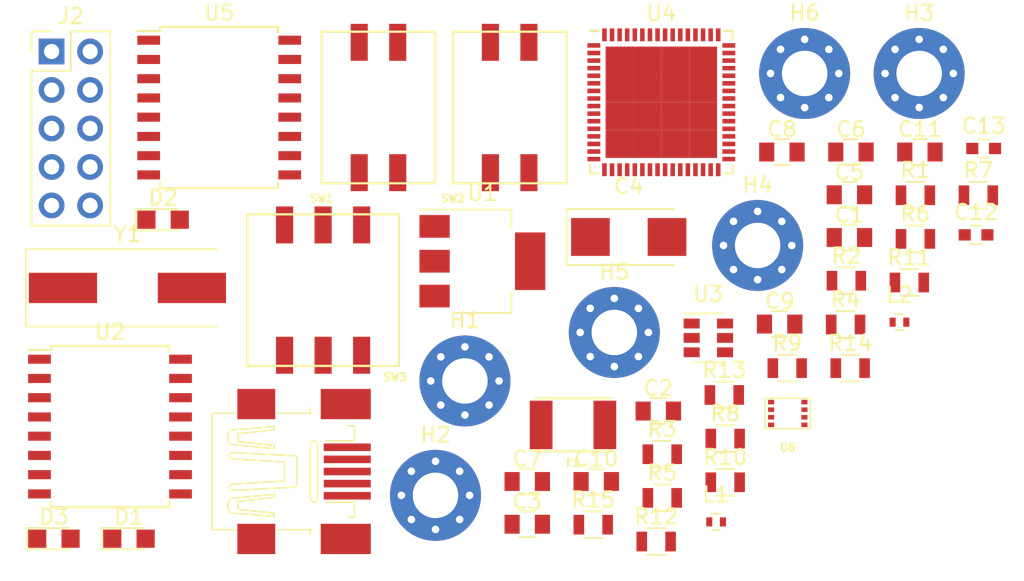
<source format=kicad_pcb>
(kicad_pcb (version 20171130) (host pcbnew "(5.1.5)-3")

  (general
    (thickness 1.6)
    (drawings 0)
    (tracks 0)
    (zones 0)
    (modules 52)
    (nets 75)
  )

  (page A4)
  (layers
    (0 F.Cu signal)
    (31 B.Cu signal)
    (32 B.Adhes user)
    (33 F.Adhes user)
    (34 B.Paste user)
    (35 F.Paste user)
    (36 B.SilkS user)
    (37 F.SilkS user)
    (38 B.Mask user)
    (39 F.Mask user)
    (40 Dwgs.User user)
    (41 Cmts.User user)
    (42 Eco1.User user)
    (43 Eco2.User user)
    (44 Edge.Cuts user)
    (45 Margin user)
    (46 B.CrtYd user)
    (47 F.CrtYd user)
    (48 B.Fab user)
    (49 F.Fab user)
  )

  (setup
    (last_trace_width 0.25)
    (trace_clearance 0.2)
    (zone_clearance 0.508)
    (zone_45_only no)
    (trace_min 0.2)
    (via_size 0.8)
    (via_drill 0.4)
    (via_min_size 0.4)
    (via_min_drill 0.3)
    (uvia_size 0.3)
    (uvia_drill 0.1)
    (uvias_allowed no)
    (uvia_min_size 0.2)
    (uvia_min_drill 0.1)
    (edge_width 0.05)
    (segment_width 0.2)
    (pcb_text_width 0.3)
    (pcb_text_size 1.5 1.5)
    (mod_edge_width 0.12)
    (mod_text_size 1 1)
    (mod_text_width 0.15)
    (pad_size 1.524 1.524)
    (pad_drill 0.762)
    (pad_to_mask_clearance 0.051)
    (solder_mask_min_width 0.25)
    (aux_axis_origin 0 0)
    (visible_elements FFFFFF7F)
    (pcbplotparams
      (layerselection 0x010fc_ffffffff)
      (usegerberextensions false)
      (usegerberattributes false)
      (usegerberadvancedattributes false)
      (creategerberjobfile false)
      (excludeedgelayer true)
      (linewidth 0.100000)
      (plotframeref false)
      (viasonmask false)
      (mode 1)
      (useauxorigin false)
      (hpglpennumber 1)
      (hpglpenspeed 20)
      (hpglpendiameter 15.000000)
      (psnegative false)
      (psa4output false)
      (plotreference true)
      (plotvalue true)
      (plotinvisibletext false)
      (padsonsilk false)
      (subtractmaskfromsilk false)
      (outputformat 1)
      (mirror false)
      (drillshape 1)
      (scaleselection 1)
      (outputdirectory ""))
  )

  (net 0 "")
  (net 1 GNDD)
  (net 2 "Net-(C1-Pad1)")
  (net 3 "Net-(C2-Pad1)")
  (net 4 +5V)
  (net 5 +3V3)
  (net 6 +1V8)
  (net 7 "Net-(C12-Pad1)")
  (net 8 "Net-(C13-Pad1)")
  (net 9 "Net-(D1-Pad2)")
  (net 10 "Net-(D2-Pad1)")
  (net 11 "Net-(D3-Pad1)")
  (net 12 "Net-(F1-Pad2)")
  (net 13 GND)
  (net 14 /D-)
  (net 15 /D+)
  (net 16 "Net-(J1-Pad4)")
  (net 17 /TRST)
  (net 18 /TDI)
  (net 19 /TMS)
  (net 20 /TDO)
  (net 21 /TCK)
  (net 22 /GPIO34)
  (net 23 /GPIO29)
  (net 24 /GPIO28)
  (net 25 /3V3_MCU)
  (net 26 "Net-(R2-Pad2)")
  (net 27 "Net-(R3-Pad2)")
  (net 28 "Net-(R4-Pad1)")
  (net 29 /FTDI_DATA)
  (net 30 "Net-(R6-Pad2)")
  (net 31 "Net-(R10-Pad1)")
  (net 32 "Net-(R8-Pad2)")
  (net 33 "Net-(R9-Pad2)")
  (net 34 "Net-(R11-Pad2)")
  (net 35 "Net-(R12-Pad2)")
  (net 36 /SCI_TX)
  (net 37 /SCI_RX)
  (net 38 /JTAG_TRST)
  (net 39 "Net-(U2-Pad7)")
  (net 40 "Net-(U2-Pad6)")
  (net 41 "Net-(U2-Pad5)")
  (net 42 "Net-(U2-Pad4)")
  (net 43 "Net-(U2-Pad3)")
  (net 44 /FTDI_CS)
  (net 45 /FTDI_CLK)
  (net 46 "Net-(U4-Pad60)")
  (net 47 "Net-(U4-Pad59)")
  (net 48 "Net-(U4-Pad58)")
  (net 49 "Net-(U4-Pad57)")
  (net 50 "Net-(U4-Pad53)")
  (net 51 "Net-(U4-Pad52)")
  (net 52 "Net-(U4-Pad48)")
  (net 53 "Net-(U4-Pad46)")
  (net 54 "Net-(U4-Pad45)")
  (net 55 "Net-(U4-Pad44)")
  (net 56 "Net-(U4-Pad43)")
  (net 57 "Net-(U4-Pad40)")
  (net 58 "Net-(U4-Pad39)")
  (net 59 "Net-(U4-Pad36)")
  (net 60 "Net-(U4-Pad34)")
  (net 61 "Net-(U4-Pad33)")
  (net 62 "Net-(U4-Pad30)")
  (net 63 "Net-(U4-Pad29)")
  (net 64 "Net-(U4-Pad28)")
  (net 65 "Net-(U4-Pad27)")
  (net 66 "Net-(U4-Pad26)")
  (net 67 "Net-(U4-Pad24)")
  (net 68 "Net-(U4-Pad23)")
  (net 69 "Net-(U4-Pad22)")
  (net 70 "Net-(U4-Pad21)")
  (net 71 "Net-(U4-Pad18)")
  (net 72 "Net-(U5-Pad6)")
  (net 73 "Net-(U5-Pad11)")
  (net 74 "Net-(U6-Pad7)")

  (net_class Default "This is the default net class."
    (clearance 0.2)
    (trace_width 0.25)
    (via_dia 0.8)
    (via_drill 0.4)
    (uvia_dia 0.3)
    (uvia_drill 0.1)
    (add_net +1V8)
    (add_net +3V3)
    (add_net +5V)
    (add_net /3V3_MCU)
    (add_net /D+)
    (add_net /D-)
    (add_net /FTDI_CLK)
    (add_net /FTDI_CS)
    (add_net /FTDI_DATA)
    (add_net /GPIO28)
    (add_net /GPIO29)
    (add_net /GPIO34)
    (add_net /JTAG_TRST)
    (add_net /SCI_RX)
    (add_net /SCI_TX)
    (add_net /TCK)
    (add_net /TDI)
    (add_net /TDO)
    (add_net /TMS)
    (add_net /TRST)
    (add_net GND)
    (add_net GNDD)
    (add_net "Net-(C1-Pad1)")
    (add_net "Net-(C12-Pad1)")
    (add_net "Net-(C13-Pad1)")
    (add_net "Net-(C2-Pad1)")
    (add_net "Net-(D1-Pad2)")
    (add_net "Net-(D2-Pad1)")
    (add_net "Net-(D3-Pad1)")
    (add_net "Net-(F1-Pad2)")
    (add_net "Net-(J1-Pad4)")
    (add_net "Net-(R10-Pad1)")
    (add_net "Net-(R11-Pad2)")
    (add_net "Net-(R12-Pad2)")
    (add_net "Net-(R2-Pad2)")
    (add_net "Net-(R3-Pad2)")
    (add_net "Net-(R4-Pad1)")
    (add_net "Net-(R6-Pad2)")
    (add_net "Net-(R8-Pad2)")
    (add_net "Net-(R9-Pad2)")
    (add_net "Net-(U2-Pad3)")
    (add_net "Net-(U2-Pad4)")
    (add_net "Net-(U2-Pad5)")
    (add_net "Net-(U2-Pad6)")
    (add_net "Net-(U2-Pad7)")
    (add_net "Net-(U4-Pad18)")
    (add_net "Net-(U4-Pad21)")
    (add_net "Net-(U4-Pad22)")
    (add_net "Net-(U4-Pad23)")
    (add_net "Net-(U4-Pad24)")
    (add_net "Net-(U4-Pad26)")
    (add_net "Net-(U4-Pad27)")
    (add_net "Net-(U4-Pad28)")
    (add_net "Net-(U4-Pad29)")
    (add_net "Net-(U4-Pad30)")
    (add_net "Net-(U4-Pad33)")
    (add_net "Net-(U4-Pad34)")
    (add_net "Net-(U4-Pad36)")
    (add_net "Net-(U4-Pad39)")
    (add_net "Net-(U4-Pad40)")
    (add_net "Net-(U4-Pad43)")
    (add_net "Net-(U4-Pad44)")
    (add_net "Net-(U4-Pad45)")
    (add_net "Net-(U4-Pad46)")
    (add_net "Net-(U4-Pad48)")
    (add_net "Net-(U4-Pad52)")
    (add_net "Net-(U4-Pad53)")
    (add_net "Net-(U4-Pad57)")
    (add_net "Net-(U4-Pad58)")
    (add_net "Net-(U4-Pad59)")
    (add_net "Net-(U4-Pad60)")
    (add_net "Net-(U5-Pad11)")
    (add_net "Net-(U5-Pad6)")
    (add_net "Net-(U6-Pad7)")
  )

  (module Capacitors_SMD:C_0805 (layer F.Cu) (tedit 58AA8463) (tstamp 5E1E5A6E)
    (at 79.925001 41.850001)
    (descr "Capacitor SMD 0805, reflow soldering, AVX (see smccp.pdf)")
    (tags "capacitor 0805")
    (path /5E262396)
    (attr smd)
    (fp_text reference C1 (at 0 -1.5) (layer F.SilkS)
      (effects (font (size 1 1) (thickness 0.15)))
    )
    (fp_text value 4.7uF (at 0 1.75) (layer F.Fab)
      (effects (font (size 1 1) (thickness 0.15)))
    )
    (fp_line (start 1.75 0.87) (end -1.75 0.87) (layer F.CrtYd) (width 0.05))
    (fp_line (start 1.75 0.87) (end 1.75 -0.88) (layer F.CrtYd) (width 0.05))
    (fp_line (start -1.75 -0.88) (end -1.75 0.87) (layer F.CrtYd) (width 0.05))
    (fp_line (start -1.75 -0.88) (end 1.75 -0.88) (layer F.CrtYd) (width 0.05))
    (fp_line (start -0.5 0.85) (end 0.5 0.85) (layer F.SilkS) (width 0.12))
    (fp_line (start 0.5 -0.85) (end -0.5 -0.85) (layer F.SilkS) (width 0.12))
    (fp_line (start -1 -0.62) (end 1 -0.62) (layer F.Fab) (width 0.1))
    (fp_line (start 1 -0.62) (end 1 0.62) (layer F.Fab) (width 0.1))
    (fp_line (start 1 0.62) (end -1 0.62) (layer F.Fab) (width 0.1))
    (fp_line (start -1 0.62) (end -1 -0.62) (layer F.Fab) (width 0.1))
    (fp_text user %R (at 0 -1.5) (layer F.Fab)
      (effects (font (size 1 1) (thickness 0.15)))
    )
    (pad 2 smd rect (at 1 0) (size 1 1.25) (layers F.Cu F.Paste F.Mask)
      (net 1 GNDD))
    (pad 1 smd rect (at -1 0) (size 1 1.25) (layers F.Cu F.Paste F.Mask)
      (net 2 "Net-(C1-Pad1)"))
    (model Capacitors_SMD.3dshapes/C_0805.wrl
      (at (xyz 0 0 0))
      (scale (xyz 1 1 1))
      (rotate (xyz 0 0 0))
    )
  )

  (module Capacitors_SMD:C_0805 (layer F.Cu) (tedit 58AA8463) (tstamp 5E1E5A7F)
    (at 67.325001 53.300001)
    (descr "Capacitor SMD 0805, reflow soldering, AVX (see smccp.pdf)")
    (tags "capacitor 0805")
    (path /5E263BF5)
    (attr smd)
    (fp_text reference C2 (at 0 -1.5) (layer F.SilkS)
      (effects (font (size 1 1) (thickness 0.15)))
    )
    (fp_text value 4.7uF (at 0 1.75) (layer F.Fab)
      (effects (font (size 1 1) (thickness 0.15)))
    )
    (fp_line (start 1.75 0.87) (end -1.75 0.87) (layer F.CrtYd) (width 0.05))
    (fp_line (start 1.75 0.87) (end 1.75 -0.88) (layer F.CrtYd) (width 0.05))
    (fp_line (start -1.75 -0.88) (end -1.75 0.87) (layer F.CrtYd) (width 0.05))
    (fp_line (start -1.75 -0.88) (end 1.75 -0.88) (layer F.CrtYd) (width 0.05))
    (fp_line (start -0.5 0.85) (end 0.5 0.85) (layer F.SilkS) (width 0.12))
    (fp_line (start 0.5 -0.85) (end -0.5 -0.85) (layer F.SilkS) (width 0.12))
    (fp_line (start -1 -0.62) (end 1 -0.62) (layer F.Fab) (width 0.1))
    (fp_line (start 1 -0.62) (end 1 0.62) (layer F.Fab) (width 0.1))
    (fp_line (start 1 0.62) (end -1 0.62) (layer F.Fab) (width 0.1))
    (fp_line (start -1 0.62) (end -1 -0.62) (layer F.Fab) (width 0.1))
    (fp_text user %R (at 0 -1.5) (layer F.Fab)
      (effects (font (size 1 1) (thickness 0.15)))
    )
    (pad 2 smd rect (at 1 0) (size 1 1.25) (layers F.Cu F.Paste F.Mask)
      (net 1 GNDD))
    (pad 1 smd rect (at -1 0) (size 1 1.25) (layers F.Cu F.Paste F.Mask)
      (net 3 "Net-(C2-Pad1)"))
    (model Capacitors_SMD.3dshapes/C_0805.wrl
      (at (xyz 0 0 0))
      (scale (xyz 1 1 1))
      (rotate (xyz 0 0 0))
    )
  )

  (module Capacitors_SMD:C_0805 (layer F.Cu) (tedit 58AA8463) (tstamp 5E1E5A90)
    (at 58.685001 60.770001)
    (descr "Capacitor SMD 0805, reflow soldering, AVX (see smccp.pdf)")
    (tags "capacitor 0805")
    (path /5E1ED2D4)
    (attr smd)
    (fp_text reference C3 (at 0 -1.5) (layer F.SilkS)
      (effects (font (size 1 1) (thickness 0.15)))
    )
    (fp_text value 1uF (at 0 1.75) (layer F.Fab)
      (effects (font (size 1 1) (thickness 0.15)))
    )
    (fp_line (start 1.75 0.87) (end -1.75 0.87) (layer F.CrtYd) (width 0.05))
    (fp_line (start 1.75 0.87) (end 1.75 -0.88) (layer F.CrtYd) (width 0.05))
    (fp_line (start -1.75 -0.88) (end -1.75 0.87) (layer F.CrtYd) (width 0.05))
    (fp_line (start -1.75 -0.88) (end 1.75 -0.88) (layer F.CrtYd) (width 0.05))
    (fp_line (start -0.5 0.85) (end 0.5 0.85) (layer F.SilkS) (width 0.12))
    (fp_line (start 0.5 -0.85) (end -0.5 -0.85) (layer F.SilkS) (width 0.12))
    (fp_line (start -1 -0.62) (end 1 -0.62) (layer F.Fab) (width 0.1))
    (fp_line (start 1 -0.62) (end 1 0.62) (layer F.Fab) (width 0.1))
    (fp_line (start 1 0.62) (end -1 0.62) (layer F.Fab) (width 0.1))
    (fp_line (start -1 0.62) (end -1 -0.62) (layer F.Fab) (width 0.1))
    (fp_text user %R (at 0 -1.5) (layer F.Fab)
      (effects (font (size 1 1) (thickness 0.15)))
    )
    (pad 2 smd rect (at 1 0) (size 1 1.25) (layers F.Cu F.Paste F.Mask)
      (net 1 GNDD))
    (pad 1 smd rect (at -1 0) (size 1 1.25) (layers F.Cu F.Paste F.Mask)
      (net 4 +5V))
    (model Capacitors_SMD.3dshapes/C_0805.wrl
      (at (xyz 0 0 0))
      (scale (xyz 1 1 1))
      (rotate (xyz 0 0 0))
    )
  )

  (module Capacitors_Tantalum_SMD:CP_Tantalum_Case-U_EIA-6032-15_Reflow (layer F.Cu) (tedit 58CC8C08) (tstamp 5E1E5AA4)
    (at 65.375001 41.815001)
    (descr "Tantalum capacitor, Case U, EIA 6032-15, 6.0x3.2x1.5mm, Reflow soldering footprint")
    (tags "capacitor tantalum smd")
    (path /5E1F1492)
    (attr smd)
    (fp_text reference C4 (at 0 -3.35) (layer F.SilkS)
      (effects (font (size 1 1) (thickness 0.15)))
    )
    (fp_text value 100uF (at 0 3.35) (layer F.Fab)
      (effects (font (size 1 1) (thickness 0.15)))
    )
    (fp_line (start -4.1 -1.85) (end -4.1 1.85) (layer F.SilkS) (width 0.12))
    (fp_line (start -4.1 1.85) (end 3 1.85) (layer F.SilkS) (width 0.12))
    (fp_line (start -4.1 -1.85) (end 3 -1.85) (layer F.SilkS) (width 0.12))
    (fp_line (start -2.1 -1.6) (end -2.1 1.6) (layer F.Fab) (width 0.1))
    (fp_line (start -2.4 -1.6) (end -2.4 1.6) (layer F.Fab) (width 0.1))
    (fp_line (start 3 -1.6) (end -3 -1.6) (layer F.Fab) (width 0.1))
    (fp_line (start 3 1.6) (end 3 -1.6) (layer F.Fab) (width 0.1))
    (fp_line (start -3 1.6) (end 3 1.6) (layer F.Fab) (width 0.1))
    (fp_line (start -3 -1.6) (end -3 1.6) (layer F.Fab) (width 0.1))
    (fp_line (start 4.2 -2) (end -4.2 -2) (layer F.CrtYd) (width 0.05))
    (fp_line (start 4.2 2) (end 4.2 -2) (layer F.CrtYd) (width 0.05))
    (fp_line (start -4.2 2) (end 4.2 2) (layer F.CrtYd) (width 0.05))
    (fp_line (start -4.2 -2) (end -4.2 2) (layer F.CrtYd) (width 0.05))
    (fp_text user %R (at 0 0) (layer F.Fab)
      (effects (font (size 1 1) (thickness 0.15)))
    )
    (pad 2 smd rect (at 2.525 0) (size 2.55 2.5) (layers F.Cu F.Paste F.Mask)
      (net 1 GNDD))
    (pad 1 smd rect (at -2.525 0) (size 2.55 2.5) (layers F.Cu F.Paste F.Mask)
      (net 5 +3V3))
    (model Capacitors_Tantalum_SMD.3dshapes/CP_Tantalum_Case-U_EIA-6032-15.wrl
      (at (xyz 0 0 0))
      (scale (xyz 1 1 1))
      (rotate (xyz 0 0 0))
    )
  )

  (module Capacitors_SMD:C_0805 (layer F.Cu) (tedit 58AA8463) (tstamp 5E1E5AB5)
    (at 79.925001 39.030001)
    (descr "Capacitor SMD 0805, reflow soldering, AVX (see smccp.pdf)")
    (tags "capacitor 0805")
    (path /5E1EFDBB)
    (attr smd)
    (fp_text reference C5 (at 0 -1.5) (layer F.SilkS)
      (effects (font (size 1 1) (thickness 0.15)))
    )
    (fp_text value 0.1uF (at 0 1.75) (layer F.Fab)
      (effects (font (size 1 1) (thickness 0.15)))
    )
    (fp_line (start 1.75 0.87) (end -1.75 0.87) (layer F.CrtYd) (width 0.05))
    (fp_line (start 1.75 0.87) (end 1.75 -0.88) (layer F.CrtYd) (width 0.05))
    (fp_line (start -1.75 -0.88) (end -1.75 0.87) (layer F.CrtYd) (width 0.05))
    (fp_line (start -1.75 -0.88) (end 1.75 -0.88) (layer F.CrtYd) (width 0.05))
    (fp_line (start -0.5 0.85) (end 0.5 0.85) (layer F.SilkS) (width 0.12))
    (fp_line (start 0.5 -0.85) (end -0.5 -0.85) (layer F.SilkS) (width 0.12))
    (fp_line (start -1 -0.62) (end 1 -0.62) (layer F.Fab) (width 0.1))
    (fp_line (start 1 -0.62) (end 1 0.62) (layer F.Fab) (width 0.1))
    (fp_line (start 1 0.62) (end -1 0.62) (layer F.Fab) (width 0.1))
    (fp_line (start -1 0.62) (end -1 -0.62) (layer F.Fab) (width 0.1))
    (fp_text user %R (at 0 -1.5) (layer F.Fab)
      (effects (font (size 1 1) (thickness 0.15)))
    )
    (pad 2 smd rect (at 1 0) (size 1 1.25) (layers F.Cu F.Paste F.Mask)
      (net 1 GNDD))
    (pad 1 smd rect (at -1 0) (size 1 1.25) (layers F.Cu F.Paste F.Mask)
      (net 5 +3V3))
    (model Capacitors_SMD.3dshapes/C_0805.wrl
      (at (xyz 0 0 0))
      (scale (xyz 1 1 1))
      (rotate (xyz 0 0 0))
    )
  )

  (module Capacitors_SMD:C_0805 (layer F.Cu) (tedit 58AA8463) (tstamp 5E1E5AC6)
    (at 80.025001 36.210001)
    (descr "Capacitor SMD 0805, reflow soldering, AVX (see smccp.pdf)")
    (tags "capacitor 0805")
    (path /5E23A700)
    (attr smd)
    (fp_text reference C6 (at 0 -1.5) (layer F.SilkS)
      (effects (font (size 1 1) (thickness 0.15)))
    )
    (fp_text value 0.1uF (at 0 1.75) (layer F.Fab)
      (effects (font (size 1 1) (thickness 0.15)))
    )
    (fp_line (start 1.75 0.87) (end -1.75 0.87) (layer F.CrtYd) (width 0.05))
    (fp_line (start 1.75 0.87) (end 1.75 -0.88) (layer F.CrtYd) (width 0.05))
    (fp_line (start -1.75 -0.88) (end -1.75 0.87) (layer F.CrtYd) (width 0.05))
    (fp_line (start -1.75 -0.88) (end 1.75 -0.88) (layer F.CrtYd) (width 0.05))
    (fp_line (start -0.5 0.85) (end 0.5 0.85) (layer F.SilkS) (width 0.12))
    (fp_line (start 0.5 -0.85) (end -0.5 -0.85) (layer F.SilkS) (width 0.12))
    (fp_line (start -1 -0.62) (end 1 -0.62) (layer F.Fab) (width 0.1))
    (fp_line (start 1 -0.62) (end 1 0.62) (layer F.Fab) (width 0.1))
    (fp_line (start 1 0.62) (end -1 0.62) (layer F.Fab) (width 0.1))
    (fp_line (start -1 0.62) (end -1 -0.62) (layer F.Fab) (width 0.1))
    (fp_text user %R (at 0 -1.5) (layer F.Fab)
      (effects (font (size 1 1) (thickness 0.15)))
    )
    (pad 2 smd rect (at 1 0) (size 1 1.25) (layers F.Cu F.Paste F.Mask)
      (net 1 GNDD))
    (pad 1 smd rect (at -1 0) (size 1 1.25) (layers F.Cu F.Paste F.Mask)
      (net 6 +1V8))
    (model Capacitors_SMD.3dshapes/C_0805.wrl
      (at (xyz 0 0 0))
      (scale (xyz 1 1 1))
      (rotate (xyz 0 0 0))
    )
  )

  (module Capacitors_SMD:C_0805 (layer F.Cu) (tedit 58AA8463) (tstamp 5E1E5AD7)
    (at 58.685001 57.950001)
    (descr "Capacitor SMD 0805, reflow soldering, AVX (see smccp.pdf)")
    (tags "capacitor 0805")
    (path /5E23F3B9)
    (attr smd)
    (fp_text reference C7 (at 0 -1.5) (layer F.SilkS)
      (effects (font (size 1 1) (thickness 0.15)))
    )
    (fp_text value 0.1uF (at 0 1.75) (layer F.Fab)
      (effects (font (size 1 1) (thickness 0.15)))
    )
    (fp_text user %R (at 0 -1.5) (layer F.Fab)
      (effects (font (size 1 1) (thickness 0.15)))
    )
    (fp_line (start -1 0.62) (end -1 -0.62) (layer F.Fab) (width 0.1))
    (fp_line (start 1 0.62) (end -1 0.62) (layer F.Fab) (width 0.1))
    (fp_line (start 1 -0.62) (end 1 0.62) (layer F.Fab) (width 0.1))
    (fp_line (start -1 -0.62) (end 1 -0.62) (layer F.Fab) (width 0.1))
    (fp_line (start 0.5 -0.85) (end -0.5 -0.85) (layer F.SilkS) (width 0.12))
    (fp_line (start -0.5 0.85) (end 0.5 0.85) (layer F.SilkS) (width 0.12))
    (fp_line (start -1.75 -0.88) (end 1.75 -0.88) (layer F.CrtYd) (width 0.05))
    (fp_line (start -1.75 -0.88) (end -1.75 0.87) (layer F.CrtYd) (width 0.05))
    (fp_line (start 1.75 0.87) (end 1.75 -0.88) (layer F.CrtYd) (width 0.05))
    (fp_line (start 1.75 0.87) (end -1.75 0.87) (layer F.CrtYd) (width 0.05))
    (pad 1 smd rect (at -1 0) (size 1 1.25) (layers F.Cu F.Paste F.Mask)
      (net 6 +1V8))
    (pad 2 smd rect (at 1 0) (size 1 1.25) (layers F.Cu F.Paste F.Mask)
      (net 1 GNDD))
    (model Capacitors_SMD.3dshapes/C_0805.wrl
      (at (xyz 0 0 0))
      (scale (xyz 1 1 1))
      (rotate (xyz 0 0 0))
    )
  )

  (module Capacitors_SMD:C_0805 (layer F.Cu) (tedit 58AA8463) (tstamp 5E1E5AE8)
    (at 75.475001 36.210001)
    (descr "Capacitor SMD 0805, reflow soldering, AVX (see smccp.pdf)")
    (tags "capacitor 0805")
    (path /5E2418FF)
    (attr smd)
    (fp_text reference C8 (at 0 -1.5) (layer F.SilkS)
      (effects (font (size 1 1) (thickness 0.15)))
    )
    (fp_text value 0.1uF (at 0 1.75) (layer F.Fab)
      (effects (font (size 1 1) (thickness 0.15)))
    )
    (fp_text user %R (at 0 -1.5) (layer F.Fab)
      (effects (font (size 1 1) (thickness 0.15)))
    )
    (fp_line (start -1 0.62) (end -1 -0.62) (layer F.Fab) (width 0.1))
    (fp_line (start 1 0.62) (end -1 0.62) (layer F.Fab) (width 0.1))
    (fp_line (start 1 -0.62) (end 1 0.62) (layer F.Fab) (width 0.1))
    (fp_line (start -1 -0.62) (end 1 -0.62) (layer F.Fab) (width 0.1))
    (fp_line (start 0.5 -0.85) (end -0.5 -0.85) (layer F.SilkS) (width 0.12))
    (fp_line (start -0.5 0.85) (end 0.5 0.85) (layer F.SilkS) (width 0.12))
    (fp_line (start -1.75 -0.88) (end 1.75 -0.88) (layer F.CrtYd) (width 0.05))
    (fp_line (start -1.75 -0.88) (end -1.75 0.87) (layer F.CrtYd) (width 0.05))
    (fp_line (start 1.75 0.87) (end 1.75 -0.88) (layer F.CrtYd) (width 0.05))
    (fp_line (start 1.75 0.87) (end -1.75 0.87) (layer F.CrtYd) (width 0.05))
    (pad 1 smd rect (at -1 0) (size 1 1.25) (layers F.Cu F.Paste F.Mask)
      (net 6 +1V8))
    (pad 2 smd rect (at 1 0) (size 1 1.25) (layers F.Cu F.Paste F.Mask)
      (net 1 GNDD))
    (model Capacitors_SMD.3dshapes/C_0805.wrl
      (at (xyz 0 0 0))
      (scale (xyz 1 1 1))
      (rotate (xyz 0 0 0))
    )
  )

  (module Capacitors_SMD:C_0805 (layer F.Cu) (tedit 58AA8463) (tstamp 5E1E5AF9)
    (at 75.325001 47.560001)
    (descr "Capacitor SMD 0805, reflow soldering, AVX (see smccp.pdf)")
    (tags "capacitor 0805")
    (path /5E24801E)
    (attr smd)
    (fp_text reference C9 (at 0 -1.5) (layer F.SilkS)
      (effects (font (size 1 1) (thickness 0.15)))
    )
    (fp_text value 3.3uF (at 0 1.75) (layer F.Fab)
      (effects (font (size 1 1) (thickness 0.15)))
    )
    (fp_text user %R (at 0 -1.5) (layer F.Fab)
      (effects (font (size 1 1) (thickness 0.15)))
    )
    (fp_line (start -1 0.62) (end -1 -0.62) (layer F.Fab) (width 0.1))
    (fp_line (start 1 0.62) (end -1 0.62) (layer F.Fab) (width 0.1))
    (fp_line (start 1 -0.62) (end 1 0.62) (layer F.Fab) (width 0.1))
    (fp_line (start -1 -0.62) (end 1 -0.62) (layer F.Fab) (width 0.1))
    (fp_line (start 0.5 -0.85) (end -0.5 -0.85) (layer F.SilkS) (width 0.12))
    (fp_line (start -0.5 0.85) (end 0.5 0.85) (layer F.SilkS) (width 0.12))
    (fp_line (start -1.75 -0.88) (end 1.75 -0.88) (layer F.CrtYd) (width 0.05))
    (fp_line (start -1.75 -0.88) (end -1.75 0.87) (layer F.CrtYd) (width 0.05))
    (fp_line (start 1.75 0.87) (end 1.75 -0.88) (layer F.CrtYd) (width 0.05))
    (fp_line (start 1.75 0.87) (end -1.75 0.87) (layer F.CrtYd) (width 0.05))
    (pad 1 smd rect (at -1 0) (size 1 1.25) (layers F.Cu F.Paste F.Mask)
      (net 6 +1V8))
    (pad 2 smd rect (at 1 0) (size 1 1.25) (layers F.Cu F.Paste F.Mask)
      (net 1 GNDD))
    (model Capacitors_SMD.3dshapes/C_0805.wrl
      (at (xyz 0 0 0))
      (scale (xyz 1 1 1))
      (rotate (xyz 0 0 0))
    )
  )

  (module Capacitors_SMD:C_0805 (layer F.Cu) (tedit 58AA8463) (tstamp 5E1E5B0A)
    (at 63.235001 57.950001)
    (descr "Capacitor SMD 0805, reflow soldering, AVX (see smccp.pdf)")
    (tags "capacitor 0805")
    (path /5E35E5E2)
    (attr smd)
    (fp_text reference C10 (at 0 -1.5) (layer F.SilkS)
      (effects (font (size 1 1) (thickness 0.15)))
    )
    (fp_text value 0.1uF (at 0 1.75) (layer F.Fab)
      (effects (font (size 1 1) (thickness 0.15)))
    )
    (fp_text user %R (at 0 -1.5) (layer F.Fab)
      (effects (font (size 1 1) (thickness 0.15)))
    )
    (fp_line (start -1 0.62) (end -1 -0.62) (layer F.Fab) (width 0.1))
    (fp_line (start 1 0.62) (end -1 0.62) (layer F.Fab) (width 0.1))
    (fp_line (start 1 -0.62) (end 1 0.62) (layer F.Fab) (width 0.1))
    (fp_line (start -1 -0.62) (end 1 -0.62) (layer F.Fab) (width 0.1))
    (fp_line (start 0.5 -0.85) (end -0.5 -0.85) (layer F.SilkS) (width 0.12))
    (fp_line (start -0.5 0.85) (end 0.5 0.85) (layer F.SilkS) (width 0.12))
    (fp_line (start -1.75 -0.88) (end 1.75 -0.88) (layer F.CrtYd) (width 0.05))
    (fp_line (start -1.75 -0.88) (end -1.75 0.87) (layer F.CrtYd) (width 0.05))
    (fp_line (start 1.75 0.87) (end 1.75 -0.88) (layer F.CrtYd) (width 0.05))
    (fp_line (start 1.75 0.87) (end -1.75 0.87) (layer F.CrtYd) (width 0.05))
    (pad 1 smd rect (at -1 0) (size 1 1.25) (layers F.Cu F.Paste F.Mask)
      (net 1 GNDD))
    (pad 2 smd rect (at 1 0) (size 1 1.25) (layers F.Cu F.Paste F.Mask)
      (net 5 +3V3))
    (model Capacitors_SMD.3dshapes/C_0805.wrl
      (at (xyz 0 0 0))
      (scale (xyz 1 1 1))
      (rotate (xyz 0 0 0))
    )
  )

  (module Capacitors_SMD:C_0805 (layer F.Cu) (tedit 58AA8463) (tstamp 5E1E5B1B)
    (at 84.575001 36.210001)
    (descr "Capacitor SMD 0805, reflow soldering, AVX (see smccp.pdf)")
    (tags "capacitor 0805")
    (path /5EB64DD5)
    (attr smd)
    (fp_text reference C11 (at 0 -1.5) (layer F.SilkS)
      (effects (font (size 1 1) (thickness 0.15)))
    )
    (fp_text value 0.1uF (at 0 1.75) (layer F.Fab)
      (effects (font (size 1 1) (thickness 0.15)))
    )
    (fp_text user %R (at 0 -1.5) (layer F.Fab)
      (effects (font (size 1 1) (thickness 0.15)))
    )
    (fp_line (start -1 0.62) (end -1 -0.62) (layer F.Fab) (width 0.1))
    (fp_line (start 1 0.62) (end -1 0.62) (layer F.Fab) (width 0.1))
    (fp_line (start 1 -0.62) (end 1 0.62) (layer F.Fab) (width 0.1))
    (fp_line (start -1 -0.62) (end 1 -0.62) (layer F.Fab) (width 0.1))
    (fp_line (start 0.5 -0.85) (end -0.5 -0.85) (layer F.SilkS) (width 0.12))
    (fp_line (start -0.5 0.85) (end 0.5 0.85) (layer F.SilkS) (width 0.12))
    (fp_line (start -1.75 -0.88) (end 1.75 -0.88) (layer F.CrtYd) (width 0.05))
    (fp_line (start -1.75 -0.88) (end -1.75 0.87) (layer F.CrtYd) (width 0.05))
    (fp_line (start 1.75 0.87) (end 1.75 -0.88) (layer F.CrtYd) (width 0.05))
    (fp_line (start 1.75 0.87) (end -1.75 0.87) (layer F.CrtYd) (width 0.05))
    (pad 1 smd rect (at -1 0) (size 1 1.25) (layers F.Cu F.Paste F.Mask)
      (net 1 GNDD))
    (pad 2 smd rect (at 1 0) (size 1 1.25) (layers F.Cu F.Paste F.Mask)
      (net 5 +3V3))
    (model Capacitors_SMD.3dshapes/C_0805.wrl
      (at (xyz 0 0 0))
      (scale (xyz 1 1 1))
      (rotate (xyz 0 0 0))
    )
  )

  (module Capacitors_SMD:C_0603 (layer F.Cu) (tedit 59958EE7) (tstamp 5E1E5B2C)
    (at 88.275001 41.675001)
    (descr "Capacitor SMD 0603, reflow soldering, AVX (see smccp.pdf)")
    (tags "capacitor 0603")
    (path /5E203B91)
    (attr smd)
    (fp_text reference C12 (at 0 -1.5) (layer F.SilkS)
      (effects (font (size 1 1) (thickness 0.15)))
    )
    (fp_text value 36p (at 0 1.5) (layer F.Fab)
      (effects (font (size 1 1) (thickness 0.15)))
    )
    (fp_text user %R (at 0 0) (layer F.Fab)
      (effects (font (size 0.3 0.3) (thickness 0.075)))
    )
    (fp_line (start -0.8 0.4) (end -0.8 -0.4) (layer F.Fab) (width 0.1))
    (fp_line (start 0.8 0.4) (end -0.8 0.4) (layer F.Fab) (width 0.1))
    (fp_line (start 0.8 -0.4) (end 0.8 0.4) (layer F.Fab) (width 0.1))
    (fp_line (start -0.8 -0.4) (end 0.8 -0.4) (layer F.Fab) (width 0.1))
    (fp_line (start -0.35 -0.6) (end 0.35 -0.6) (layer F.SilkS) (width 0.12))
    (fp_line (start 0.35 0.6) (end -0.35 0.6) (layer F.SilkS) (width 0.12))
    (fp_line (start -1.4 -0.65) (end 1.4 -0.65) (layer F.CrtYd) (width 0.05))
    (fp_line (start -1.4 -0.65) (end -1.4 0.65) (layer F.CrtYd) (width 0.05))
    (fp_line (start 1.4 0.65) (end 1.4 -0.65) (layer F.CrtYd) (width 0.05))
    (fp_line (start 1.4 0.65) (end -1.4 0.65) (layer F.CrtYd) (width 0.05))
    (pad 1 smd rect (at -0.75 0) (size 0.8 0.75) (layers F.Cu F.Paste F.Mask)
      (net 7 "Net-(C12-Pad1)"))
    (pad 2 smd rect (at 0.75 0) (size 0.8 0.75) (layers F.Cu F.Paste F.Mask)
      (net 1 GNDD))
    (model Capacitors_SMD.3dshapes/C_0603.wrl
      (at (xyz 0 0 0))
      (scale (xyz 1 1 1))
      (rotate (xyz 0 0 0))
    )
  )

  (module Capacitors_SMD:C_0603 (layer F.Cu) (tedit 59958EE7) (tstamp 5E1E5B3D)
    (at 88.775001 35.975001)
    (descr "Capacitor SMD 0603, reflow soldering, AVX (see smccp.pdf)")
    (tags "capacitor 0603")
    (path /5E205915)
    (attr smd)
    (fp_text reference C13 (at 0 -1.5) (layer F.SilkS)
      (effects (font (size 1 1) (thickness 0.15)))
    )
    (fp_text value 36p (at 0 1.5) (layer F.Fab)
      (effects (font (size 1 1) (thickness 0.15)))
    )
    (fp_line (start 1.4 0.65) (end -1.4 0.65) (layer F.CrtYd) (width 0.05))
    (fp_line (start 1.4 0.65) (end 1.4 -0.65) (layer F.CrtYd) (width 0.05))
    (fp_line (start -1.4 -0.65) (end -1.4 0.65) (layer F.CrtYd) (width 0.05))
    (fp_line (start -1.4 -0.65) (end 1.4 -0.65) (layer F.CrtYd) (width 0.05))
    (fp_line (start 0.35 0.6) (end -0.35 0.6) (layer F.SilkS) (width 0.12))
    (fp_line (start -0.35 -0.6) (end 0.35 -0.6) (layer F.SilkS) (width 0.12))
    (fp_line (start -0.8 -0.4) (end 0.8 -0.4) (layer F.Fab) (width 0.1))
    (fp_line (start 0.8 -0.4) (end 0.8 0.4) (layer F.Fab) (width 0.1))
    (fp_line (start 0.8 0.4) (end -0.8 0.4) (layer F.Fab) (width 0.1))
    (fp_line (start -0.8 0.4) (end -0.8 -0.4) (layer F.Fab) (width 0.1))
    (fp_text user %R (at 0 0) (layer F.Fab)
      (effects (font (size 0.3 0.3) (thickness 0.075)))
    )
    (pad 2 smd rect (at 0.75 0) (size 0.8 0.75) (layers F.Cu F.Paste F.Mask)
      (net 1 GNDD))
    (pad 1 smd rect (at -0.75 0) (size 0.8 0.75) (layers F.Cu F.Paste F.Mask)
      (net 8 "Net-(C13-Pad1)"))
    (model Capacitors_SMD.3dshapes/C_0603.wrl
      (at (xyz 0 0 0))
      (scale (xyz 1 1 1))
      (rotate (xyz 0 0 0))
    )
  )

  (module LEDs:LED_0805 (layer F.Cu) (tedit 59959803) (tstamp 5E1E5B53)
    (at 32.425001 61.725001)
    (descr "LED 0805 smd package")
    (tags "LED led 0805 SMD smd SMT smt smdled SMDLED smtled SMTLED")
    (path /5E2CB330)
    (attr smd)
    (fp_text reference D1 (at 0 -1.45) (layer F.SilkS)
      (effects (font (size 1 1) (thickness 0.15)))
    )
    (fp_text value LED (at 0 1.55) (layer F.Fab)
      (effects (font (size 1 1) (thickness 0.15)))
    )
    (fp_text user %R (at 0 -1.25) (layer F.Fab)
      (effects (font (size 0.4 0.4) (thickness 0.1)))
    )
    (fp_line (start -1.95 -0.85) (end 1.95 -0.85) (layer F.CrtYd) (width 0.05))
    (fp_line (start -1.95 0.85) (end -1.95 -0.85) (layer F.CrtYd) (width 0.05))
    (fp_line (start 1.95 0.85) (end -1.95 0.85) (layer F.CrtYd) (width 0.05))
    (fp_line (start 1.95 -0.85) (end 1.95 0.85) (layer F.CrtYd) (width 0.05))
    (fp_line (start -1.8 -0.7) (end 1 -0.7) (layer F.SilkS) (width 0.12))
    (fp_line (start -1.8 0.7) (end 1 0.7) (layer F.SilkS) (width 0.12))
    (fp_line (start -1 0.6) (end -1 -0.6) (layer F.Fab) (width 0.1))
    (fp_line (start -1 -0.6) (end 1 -0.6) (layer F.Fab) (width 0.1))
    (fp_line (start 1 -0.6) (end 1 0.6) (layer F.Fab) (width 0.1))
    (fp_line (start 1 0.6) (end -1 0.6) (layer F.Fab) (width 0.1))
    (fp_line (start 0.2 -0.4) (end 0.2 0.4) (layer F.Fab) (width 0.1))
    (fp_line (start 0.2 0.4) (end -0.4 0) (layer F.Fab) (width 0.1))
    (fp_line (start -0.4 0) (end 0.2 -0.4) (layer F.Fab) (width 0.1))
    (fp_line (start -0.4 -0.4) (end -0.4 0.4) (layer F.Fab) (width 0.1))
    (fp_line (start -1.8 -0.7) (end -1.8 0.7) (layer F.SilkS) (width 0.12))
    (pad 1 smd rect (at -1.1 0 180) (size 1.2 1.2) (layers F.Cu F.Paste F.Mask)
      (net 1 GNDD))
    (pad 2 smd rect (at 1.1 0 180) (size 1.2 1.2) (layers F.Cu F.Paste F.Mask)
      (net 9 "Net-(D1-Pad2)"))
    (model ${KISYS3DMOD}/LEDs.3dshapes/LED_0805.wrl
      (at (xyz 0 0 0))
      (scale (xyz 1 1 1))
      (rotate (xyz 0 0 180))
    )
  )

  (module LEDs:LED_0805 (layer F.Cu) (tedit 59959803) (tstamp 5E1E5B69)
    (at 34.675001 40.675001)
    (descr "LED 0805 smd package")
    (tags "LED led 0805 SMD smd SMT smt smdled SMDLED smtled SMTLED")
    (path /5EC25F2C)
    (attr smd)
    (fp_text reference D2 (at 0 -1.45) (layer F.SilkS)
      (effects (font (size 1 1) (thickness 0.15)))
    )
    (fp_text value LED (at 0 1.55) (layer F.Fab)
      (effects (font (size 1 1) (thickness 0.15)))
    )
    (fp_line (start -1.8 -0.7) (end -1.8 0.7) (layer F.SilkS) (width 0.12))
    (fp_line (start -0.4 -0.4) (end -0.4 0.4) (layer F.Fab) (width 0.1))
    (fp_line (start -0.4 0) (end 0.2 -0.4) (layer F.Fab) (width 0.1))
    (fp_line (start 0.2 0.4) (end -0.4 0) (layer F.Fab) (width 0.1))
    (fp_line (start 0.2 -0.4) (end 0.2 0.4) (layer F.Fab) (width 0.1))
    (fp_line (start 1 0.6) (end -1 0.6) (layer F.Fab) (width 0.1))
    (fp_line (start 1 -0.6) (end 1 0.6) (layer F.Fab) (width 0.1))
    (fp_line (start -1 -0.6) (end 1 -0.6) (layer F.Fab) (width 0.1))
    (fp_line (start -1 0.6) (end -1 -0.6) (layer F.Fab) (width 0.1))
    (fp_line (start -1.8 0.7) (end 1 0.7) (layer F.SilkS) (width 0.12))
    (fp_line (start -1.8 -0.7) (end 1 -0.7) (layer F.SilkS) (width 0.12))
    (fp_line (start 1.95 -0.85) (end 1.95 0.85) (layer F.CrtYd) (width 0.05))
    (fp_line (start 1.95 0.85) (end -1.95 0.85) (layer F.CrtYd) (width 0.05))
    (fp_line (start -1.95 0.85) (end -1.95 -0.85) (layer F.CrtYd) (width 0.05))
    (fp_line (start -1.95 -0.85) (end 1.95 -0.85) (layer F.CrtYd) (width 0.05))
    (fp_text user %R (at 0 -1.25) (layer F.Fab)
      (effects (font (size 0.4 0.4) (thickness 0.1)))
    )
    (pad 2 smd rect (at 1.1 0 180) (size 1.2 1.2) (layers F.Cu F.Paste F.Mask)
      (net 5 +3V3))
    (pad 1 smd rect (at -1.1 0 180) (size 1.2 1.2) (layers F.Cu F.Paste F.Mask)
      (net 10 "Net-(D2-Pad1)"))
    (model ${KISYS3DMOD}/LEDs.3dshapes/LED_0805.wrl
      (at (xyz 0 0 0))
      (scale (xyz 1 1 1))
      (rotate (xyz 0 0 180))
    )
  )

  (module LEDs:LED_0805 (layer F.Cu) (tedit 59959803) (tstamp 5E1E5B7F)
    (at 27.475001 61.725001)
    (descr "LED 0805 smd package")
    (tags "LED led 0805 SMD smd SMT smt smdled SMDLED smtled SMTLED")
    (path /5E37D580)
    (attr smd)
    (fp_text reference D3 (at 0 -1.45) (layer F.SilkS)
      (effects (font (size 1 1) (thickness 0.15)))
    )
    (fp_text value LED (at 0 1.55) (layer F.Fab)
      (effects (font (size 1 1) (thickness 0.15)))
    )
    (fp_text user %R (at 0 -1.25) (layer F.Fab)
      (effects (font (size 0.4 0.4) (thickness 0.1)))
    )
    (fp_line (start -1.95 -0.85) (end 1.95 -0.85) (layer F.CrtYd) (width 0.05))
    (fp_line (start -1.95 0.85) (end -1.95 -0.85) (layer F.CrtYd) (width 0.05))
    (fp_line (start 1.95 0.85) (end -1.95 0.85) (layer F.CrtYd) (width 0.05))
    (fp_line (start 1.95 -0.85) (end 1.95 0.85) (layer F.CrtYd) (width 0.05))
    (fp_line (start -1.8 -0.7) (end 1 -0.7) (layer F.SilkS) (width 0.12))
    (fp_line (start -1.8 0.7) (end 1 0.7) (layer F.SilkS) (width 0.12))
    (fp_line (start -1 0.6) (end -1 -0.6) (layer F.Fab) (width 0.1))
    (fp_line (start -1 -0.6) (end 1 -0.6) (layer F.Fab) (width 0.1))
    (fp_line (start 1 -0.6) (end 1 0.6) (layer F.Fab) (width 0.1))
    (fp_line (start 1 0.6) (end -1 0.6) (layer F.Fab) (width 0.1))
    (fp_line (start 0.2 -0.4) (end 0.2 0.4) (layer F.Fab) (width 0.1))
    (fp_line (start 0.2 0.4) (end -0.4 0) (layer F.Fab) (width 0.1))
    (fp_line (start -0.4 0) (end 0.2 -0.4) (layer F.Fab) (width 0.1))
    (fp_line (start -0.4 -0.4) (end -0.4 0.4) (layer F.Fab) (width 0.1))
    (fp_line (start -1.8 -0.7) (end -1.8 0.7) (layer F.SilkS) (width 0.12))
    (pad 1 smd rect (at -1.1 0 180) (size 1.2 1.2) (layers F.Cu F.Paste F.Mask)
      (net 11 "Net-(D3-Pad1)"))
    (pad 2 smd rect (at 1.1 0 180) (size 1.2 1.2) (layers F.Cu F.Paste F.Mask)
      (net 5 +3V3))
    (model ${KISYS3DMOD}/LEDs.3dshapes/LED_0805.wrl
      (at (xyz 0 0 0))
      (scale (xyz 1 1 1))
      (rotate (xyz 0 0 180))
    )
  )

  (module "XDS100v2 Programmer:1812_PloyFuse" (layer F.Cu) (tedit 5E1E204F) (tstamp 5E1E5B88)
    (at 61.7 54.215001)
    (path /5E1E0E17)
    (fp_text reference F1 (at 0 2.5) (layer F.SilkS)
      (effects (font (size 0.5 0.5) (thickness 0.125)))
    )
    (fp_text value 500mA (at 0 -5.75) (layer F.Fab)
      (effects (font (size 1 1) (thickness 0.15)))
    )
    (fp_line (start 0 -1.75) (end 2.5 -1.75) (layer F.SilkS) (width 0.15))
    (fp_line (start 2.5 1.75) (end -2.5 1.75) (layer F.SilkS) (width 0.15))
    (fp_line (start -2.5 -1.75) (end 0 -1.75) (layer F.SilkS) (width 0.15))
    (pad 1 smd rect (at -2.1 0) (size 1.5 3.2) (layers F.Cu F.Paste F.Mask)
      (net 4 +5V))
    (pad 2 smd rect (at 2.1 0) (size 1.5 3.2) (layers F.Cu F.Paste F.Mask)
      (net 12 "Net-(F1-Pad2)"))
  )

  (module Mounting_Holes:MountingHole_3mm_Pad_Via (layer F.Cu) (tedit 56DDBED4) (tstamp 5E1E5B98)
    (at 54.575001 51.315001)
    (descr "Mounting Hole 3mm")
    (tags "mounting hole 3mm")
    (path /5EC57A13)
    (attr virtual)
    (fp_text reference H1 (at 0 -4) (layer F.SilkS)
      (effects (font (size 1 1) (thickness 0.15)))
    )
    (fp_text value MountingHole_Pad (at 0 4) (layer F.Fab)
      (effects (font (size 1 1) (thickness 0.15)))
    )
    (fp_text user %R (at 0.3 0) (layer F.Fab)
      (effects (font (size 1 1) (thickness 0.15)))
    )
    (fp_circle (center 0 0) (end 3 0) (layer Cmts.User) (width 0.15))
    (fp_circle (center 0 0) (end 3.25 0) (layer F.CrtYd) (width 0.05))
    (pad 1 thru_hole circle (at 0 0) (size 6 6) (drill 3) (layers *.Cu *.Mask)
      (net 1 GNDD))
    (pad 1 thru_hole circle (at 2.25 0) (size 0.8 0.8) (drill 0.5) (layers *.Cu *.Mask)
      (net 1 GNDD))
    (pad 1 thru_hole circle (at 1.59099 1.59099) (size 0.8 0.8) (drill 0.5) (layers *.Cu *.Mask)
      (net 1 GNDD))
    (pad 1 thru_hole circle (at 0 2.25) (size 0.8 0.8) (drill 0.5) (layers *.Cu *.Mask)
      (net 1 GNDD))
    (pad 1 thru_hole circle (at -1.59099 1.59099) (size 0.8 0.8) (drill 0.5) (layers *.Cu *.Mask)
      (net 1 GNDD))
    (pad 1 thru_hole circle (at -2.25 0) (size 0.8 0.8) (drill 0.5) (layers *.Cu *.Mask)
      (net 1 GNDD))
    (pad 1 thru_hole circle (at -1.59099 -1.59099) (size 0.8 0.8) (drill 0.5) (layers *.Cu *.Mask)
      (net 1 GNDD))
    (pad 1 thru_hole circle (at 0 -2.25) (size 0.8 0.8) (drill 0.5) (layers *.Cu *.Mask)
      (net 1 GNDD))
    (pad 1 thru_hole circle (at 1.59099 -1.59099) (size 0.8 0.8) (drill 0.5) (layers *.Cu *.Mask)
      (net 1 GNDD))
  )

  (module Mounting_Holes:MountingHole_3mm_Pad_Via (layer F.Cu) (tedit 56DDBED4) (tstamp 5E1E5BA8)
    (at 52.635001 58.865001)
    (descr "Mounting Hole 3mm")
    (tags "mounting hole 3mm")
    (path /5EC59DEB)
    (attr virtual)
    (fp_text reference H2 (at 0 -4) (layer F.SilkS)
      (effects (font (size 1 1) (thickness 0.15)))
    )
    (fp_text value MountingHole_Pad (at 0 4) (layer F.Fab)
      (effects (font (size 1 1) (thickness 0.15)))
    )
    (fp_circle (center 0 0) (end 3.25 0) (layer F.CrtYd) (width 0.05))
    (fp_circle (center 0 0) (end 3 0) (layer Cmts.User) (width 0.15))
    (fp_text user %R (at 0.3 0) (layer F.Fab)
      (effects (font (size 1 1) (thickness 0.15)))
    )
    (pad 1 thru_hole circle (at 1.59099 -1.59099) (size 0.8 0.8) (drill 0.5) (layers *.Cu *.Mask)
      (net 1 GNDD))
    (pad 1 thru_hole circle (at 0 -2.25) (size 0.8 0.8) (drill 0.5) (layers *.Cu *.Mask)
      (net 1 GNDD))
    (pad 1 thru_hole circle (at -1.59099 -1.59099) (size 0.8 0.8) (drill 0.5) (layers *.Cu *.Mask)
      (net 1 GNDD))
    (pad 1 thru_hole circle (at -2.25 0) (size 0.8 0.8) (drill 0.5) (layers *.Cu *.Mask)
      (net 1 GNDD))
    (pad 1 thru_hole circle (at -1.59099 1.59099) (size 0.8 0.8) (drill 0.5) (layers *.Cu *.Mask)
      (net 1 GNDD))
    (pad 1 thru_hole circle (at 0 2.25) (size 0.8 0.8) (drill 0.5) (layers *.Cu *.Mask)
      (net 1 GNDD))
    (pad 1 thru_hole circle (at 1.59099 1.59099) (size 0.8 0.8) (drill 0.5) (layers *.Cu *.Mask)
      (net 1 GNDD))
    (pad 1 thru_hole circle (at 2.25 0) (size 0.8 0.8) (drill 0.5) (layers *.Cu *.Mask)
      (net 1 GNDD))
    (pad 1 thru_hole circle (at 0 0) (size 6 6) (drill 3) (layers *.Cu *.Mask)
      (net 1 GNDD))
  )

  (module Mounting_Holes:MountingHole_3mm_Pad_Via (layer F.Cu) (tedit 56DDBED4) (tstamp 5E1E5BB8)
    (at 84.525001 31.025001)
    (descr "Mounting Hole 3mm")
    (tags "mounting hole 3mm")
    (path /5EC5A192)
    (attr virtual)
    (fp_text reference H3 (at 0 -4) (layer F.SilkS)
      (effects (font (size 1 1) (thickness 0.15)))
    )
    (fp_text value MountingHole_Pad (at 0 4) (layer F.Fab)
      (effects (font (size 1 1) (thickness 0.15)))
    )
    (fp_text user %R (at 0.3 0) (layer F.Fab)
      (effects (font (size 1 1) (thickness 0.15)))
    )
    (fp_circle (center 0 0) (end 3 0) (layer Cmts.User) (width 0.15))
    (fp_circle (center 0 0) (end 3.25 0) (layer F.CrtYd) (width 0.05))
    (pad 1 thru_hole circle (at 0 0) (size 6 6) (drill 3) (layers *.Cu *.Mask)
      (net 1 GNDD))
    (pad 1 thru_hole circle (at 2.25 0) (size 0.8 0.8) (drill 0.5) (layers *.Cu *.Mask)
      (net 1 GNDD))
    (pad 1 thru_hole circle (at 1.59099 1.59099) (size 0.8 0.8) (drill 0.5) (layers *.Cu *.Mask)
      (net 1 GNDD))
    (pad 1 thru_hole circle (at 0 2.25) (size 0.8 0.8) (drill 0.5) (layers *.Cu *.Mask)
      (net 1 GNDD))
    (pad 1 thru_hole circle (at -1.59099 1.59099) (size 0.8 0.8) (drill 0.5) (layers *.Cu *.Mask)
      (net 1 GNDD))
    (pad 1 thru_hole circle (at -2.25 0) (size 0.8 0.8) (drill 0.5) (layers *.Cu *.Mask)
      (net 1 GNDD))
    (pad 1 thru_hole circle (at -1.59099 -1.59099) (size 0.8 0.8) (drill 0.5) (layers *.Cu *.Mask)
      (net 1 GNDD))
    (pad 1 thru_hole circle (at 0 -2.25) (size 0.8 0.8) (drill 0.5) (layers *.Cu *.Mask)
      (net 1 GNDD))
    (pad 1 thru_hole circle (at 1.59099 -1.59099) (size 0.8 0.8) (drill 0.5) (layers *.Cu *.Mask)
      (net 1 GNDD))
  )

  (module Mounting_Holes:MountingHole_3mm_Pad_Via (layer F.Cu) (tedit 56DDBED4) (tstamp 5E1E5BC8)
    (at 73.875001 42.375001)
    (descr "Mounting Hole 3mm")
    (tags "mounting hole 3mm")
    (path /5EC5A687)
    (attr virtual)
    (fp_text reference H4 (at 0 -4) (layer F.SilkS)
      (effects (font (size 1 1) (thickness 0.15)))
    )
    (fp_text value MountingHole_Pad (at 0 4) (layer F.Fab)
      (effects (font (size 1 1) (thickness 0.15)))
    )
    (fp_circle (center 0 0) (end 3.25 0) (layer F.CrtYd) (width 0.05))
    (fp_circle (center 0 0) (end 3 0) (layer Cmts.User) (width 0.15))
    (fp_text user %R (at 0.3 0) (layer F.Fab)
      (effects (font (size 1 1) (thickness 0.15)))
    )
    (pad 1 thru_hole circle (at 1.59099 -1.59099) (size 0.8 0.8) (drill 0.5) (layers *.Cu *.Mask)
      (net 1 GNDD))
    (pad 1 thru_hole circle (at 0 -2.25) (size 0.8 0.8) (drill 0.5) (layers *.Cu *.Mask)
      (net 1 GNDD))
    (pad 1 thru_hole circle (at -1.59099 -1.59099) (size 0.8 0.8) (drill 0.5) (layers *.Cu *.Mask)
      (net 1 GNDD))
    (pad 1 thru_hole circle (at -2.25 0) (size 0.8 0.8) (drill 0.5) (layers *.Cu *.Mask)
      (net 1 GNDD))
    (pad 1 thru_hole circle (at -1.59099 1.59099) (size 0.8 0.8) (drill 0.5) (layers *.Cu *.Mask)
      (net 1 GNDD))
    (pad 1 thru_hole circle (at 0 2.25) (size 0.8 0.8) (drill 0.5) (layers *.Cu *.Mask)
      (net 1 GNDD))
    (pad 1 thru_hole circle (at 1.59099 1.59099) (size 0.8 0.8) (drill 0.5) (layers *.Cu *.Mask)
      (net 1 GNDD))
    (pad 1 thru_hole circle (at 2.25 0) (size 0.8 0.8) (drill 0.5) (layers *.Cu *.Mask)
      (net 1 GNDD))
    (pad 1 thru_hole circle (at 0 0) (size 6 6) (drill 3) (layers *.Cu *.Mask)
      (net 1 GNDD))
  )

  (module Mounting_Holes:MountingHole_3mm_Pad_Via (layer F.Cu) (tedit 56DDBED4) (tstamp 5E1E5BD8)
    (at 64.425001 48.115001)
    (descr "Mounting Hole 3mm")
    (tags "mounting hole 3mm")
    (path /5ECB6AC0)
    (attr virtual)
    (fp_text reference H5 (at 0 -4) (layer F.SilkS)
      (effects (font (size 1 1) (thickness 0.15)))
    )
    (fp_text value MountingHole_Pad (at 0 4) (layer F.Fab)
      (effects (font (size 1 1) (thickness 0.15)))
    )
    (fp_text user %R (at 0.3 0) (layer F.Fab)
      (effects (font (size 1 1) (thickness 0.15)))
    )
    (fp_circle (center 0 0) (end 3 0) (layer Cmts.User) (width 0.15))
    (fp_circle (center 0 0) (end 3.25 0) (layer F.CrtYd) (width 0.05))
    (pad 1 thru_hole circle (at 0 0) (size 6 6) (drill 3) (layers *.Cu *.Mask)
      (net 13 GND))
    (pad 1 thru_hole circle (at 2.25 0) (size 0.8 0.8) (drill 0.5) (layers *.Cu *.Mask)
      (net 13 GND))
    (pad 1 thru_hole circle (at 1.59099 1.59099) (size 0.8 0.8) (drill 0.5) (layers *.Cu *.Mask)
      (net 13 GND))
    (pad 1 thru_hole circle (at 0 2.25) (size 0.8 0.8) (drill 0.5) (layers *.Cu *.Mask)
      (net 13 GND))
    (pad 1 thru_hole circle (at -1.59099 1.59099) (size 0.8 0.8) (drill 0.5) (layers *.Cu *.Mask)
      (net 13 GND))
    (pad 1 thru_hole circle (at -2.25 0) (size 0.8 0.8) (drill 0.5) (layers *.Cu *.Mask)
      (net 13 GND))
    (pad 1 thru_hole circle (at -1.59099 -1.59099) (size 0.8 0.8) (drill 0.5) (layers *.Cu *.Mask)
      (net 13 GND))
    (pad 1 thru_hole circle (at 0 -2.25) (size 0.8 0.8) (drill 0.5) (layers *.Cu *.Mask)
      (net 13 GND))
    (pad 1 thru_hole circle (at 1.59099 -1.59099) (size 0.8 0.8) (drill 0.5) (layers *.Cu *.Mask)
      (net 13 GND))
  )

  (module Mounting_Holes:MountingHole_3mm_Pad_Via (layer F.Cu) (tedit 56DDBED4) (tstamp 5E1E5BE8)
    (at 76.975001 31.025001)
    (descr "Mounting Hole 3mm")
    (tags "mounting hole 3mm")
    (path /5ECB6AC6)
    (attr virtual)
    (fp_text reference H6 (at 0 -4) (layer F.SilkS)
      (effects (font (size 1 1) (thickness 0.15)))
    )
    (fp_text value MountingHole_Pad (at 0 4) (layer F.Fab)
      (effects (font (size 1 1) (thickness 0.15)))
    )
    (fp_circle (center 0 0) (end 3.25 0) (layer F.CrtYd) (width 0.05))
    (fp_circle (center 0 0) (end 3 0) (layer Cmts.User) (width 0.15))
    (fp_text user %R (at 0.3 0) (layer F.Fab)
      (effects (font (size 1 1) (thickness 0.15)))
    )
    (pad 1 thru_hole circle (at 1.59099 -1.59099) (size 0.8 0.8) (drill 0.5) (layers *.Cu *.Mask)
      (net 13 GND))
    (pad 1 thru_hole circle (at 0 -2.25) (size 0.8 0.8) (drill 0.5) (layers *.Cu *.Mask)
      (net 13 GND))
    (pad 1 thru_hole circle (at -1.59099 -1.59099) (size 0.8 0.8) (drill 0.5) (layers *.Cu *.Mask)
      (net 13 GND))
    (pad 1 thru_hole circle (at -2.25 0) (size 0.8 0.8) (drill 0.5) (layers *.Cu *.Mask)
      (net 13 GND))
    (pad 1 thru_hole circle (at -1.59099 1.59099) (size 0.8 0.8) (drill 0.5) (layers *.Cu *.Mask)
      (net 13 GND))
    (pad 1 thru_hole circle (at 0 2.25) (size 0.8 0.8) (drill 0.5) (layers *.Cu *.Mask)
      (net 13 GND))
    (pad 1 thru_hole circle (at 1.59099 1.59099) (size 0.8 0.8) (drill 0.5) (layers *.Cu *.Mask)
      (net 13 GND))
    (pad 1 thru_hole circle (at 2.25 0) (size 0.8 0.8) (drill 0.5) (layers *.Cu *.Mask)
      (net 13 GND))
    (pad 1 thru_hole circle (at 0 0) (size 6 6) (drill 3) (layers *.Cu *.Mask)
      (net 13 GND))
  )

  (module "XDS100v2 Programmer:USB_Mini_B_32005-201" (layer F.Cu) (tedit 5BD2892F) (tstamp 5E1E5C5B)
    (at 43.819001 57.29)
    (descr "<b>MINI USB-B R/A SMT W/ REAR</b><p>\nSource: http://www.cypressindustries.com/pdf/32005-201.pdf")
    (path /5E1DD1FB)
    (fp_text reference J1 (at -4.445 -5.715) (layer F.SilkS) hide
      (effects (font (size 1.2065 1.2065) (thickness 0.1016)) (justify right top))
    )
    (fp_text value USB_B_Mini (at -4.445 6.985) (layer F.Fab) hide
      (effects (font (size 1.2065 1.2065) (thickness 0.1016)) (justify right top))
    )
    (fp_line (start -5.9182 -3.8416) (end -3.6879 -3.8416) (layer F.Fab) (width 0.1016))
    (fp_line (start -3.6879 -3.8416) (end -3.6879 -4.8799) (layer F.Fab) (width 0.1016))
    (fp_line (start -3.6879 -4.8799) (end -3.3245 -4.8799) (layer F.Fab) (width 0.1016))
    (fp_line (start -3.3245 -4.8799) (end -3.3245 -4.4646) (layer F.Fab) (width 0.1016))
    (fp_line (start -3.3245 -4.4646) (end -2.7015 -4.4646) (layer F.Fab) (width 0.1016))
    (fp_line (start -2.7015 -4.4646) (end -2.7015 -4.8799) (layer F.Fab) (width 0.1016))
    (fp_line (start -2.7015 -4.8799) (end -2.3093 -4.8799) (layer F.Fab) (width 0.1016))
    (fp_line (start -2.3093 -4.8799) (end -2.3093 -3.8416) (layer F.Fab) (width 0.1016))
    (fp_line (start -1.5825 -3.8416) (end 0.7266 -3.8416) (layer F.SilkS) (width 0.1016))
    (fp_line (start 2.8032 -3.8416) (end 0.7266 -3.8416) (layer F.Fab) (width 0.1016))
    (fp_arc (start 0.7266 -4.0492) (end 0.7266 -3.8416) (angle 90) (layer F.SilkS) (width 0.1016))
    (fp_line (start 0.519 -4.0492) (end 0.519 -4.205) (layer F.SilkS) (width 0.1016))
    (fp_line (start 0.519 -4.205) (end 2.907 -4.205) (layer F.Fab) (width 0.1016))
    (fp_arc (start 2.907 -3.6339) (end 2.907 -4.205) (angle 90) (layer F.Fab) (width 0.1016))
    (fp_line (start -5.9182 3.8415) (end -5.9182 3.8414) (layer F.SilkS) (width 0.1016))
    (fp_line (start -5.9182 3.8414) (end -5.9182 -3.8416) (layer F.SilkS) (width 0.1016))
    (fp_line (start -1.8171 -2.9591) (end -4.5685 -2.7514) (layer F.SilkS) (width 0.1016))
    (fp_arc (start -4.54617 -2.4575) (end -4.5685 -2.7514) (angle -68.629849) (layer F.SilkS) (width 0.1016))
    (fp_arc (start -3.8969 -2.25825) (end -4.828 -2.5438) (angle -34.099487) (layer F.SilkS) (width 0.1016))
    (fp_arc (start -4.54617 -2.058999) (end -4.828 -1.9727) (angle -68.629849) (layer F.SilkS) (width 0.1016))
    (fp_line (start -4.5685 -1.7651) (end -1.8171 -1.5055) (layer F.SilkS) (width 0.1016))
    (fp_line (start -1.8171 -1.5055) (end -1.8171 -1.7132) (layer F.SilkS) (width 0.1016))
    (fp_line (start -1.8171 -1.7132) (end -4.2051 -1.9727) (layer F.SilkS) (width 0.1016))
    (fp_line (start -4.2051 -1.9727) (end -4.2051 -2.4919) (layer F.SilkS) (width 0.1016))
    (fp_line (start -4.2051 -2.4919) (end -1.8171 -2.7514) (layer F.SilkS) (width 0.1016))
    (fp_line (start -1.8171 -2.7514) (end -1.8171 -2.9591) (layer F.SilkS) (width 0.1016))
    (fp_arc (start 2.8032 -3.5821) (end 2.8032 -3.8416) (angle 90) (layer F.Fab) (width 0.1016))
    (fp_line (start 3.0627 -3.5821) (end 3.0627 -3.011) (layer F.Fab) (width 0.1016))
    (fp_line (start 3.0627 -3.011) (end 3.4261 -3.011) (layer F.SilkS) (width 0.1016))
    (fp_line (start 1.713 -4.2569) (end 1.713 -4.8799) (layer F.Fab) (width 0.1016))
    (fp_line (start 1.713 -4.8799) (end 2.1283 -4.8799) (layer F.Fab) (width 0.1016))
    (fp_line (start 2.1283 -4.8799) (end 2.1283 -4.4646) (layer F.Fab) (width 0.1016))
    (fp_line (start 2.1283 -4.4646) (end 2.6474 -4.4646) (layer F.Fab) (width 0.1016))
    (fp_line (start 2.6474 -4.4646) (end 2.6474 -4.8799) (layer F.Fab) (width 0.1016))
    (fp_line (start 2.6474 -4.8799) (end 3.0627 -4.8799) (layer F.Fab) (width 0.1016))
    (fp_line (start 3.0627 -4.8799) (end 3.0627 -4.2569) (layer F.Fab) (width 0.1016))
    (fp_line (start 0.5709 -1.7651) (end 0.5709 1.765) (layer F.SilkS) (width 0.1016))
    (fp_line (start 1.0381 1.8169) (end 1.0381 -1.817) (layer F.SilkS) (width 0.1016))
    (fp_arc (start 0.8306 -1.8171) (end 1.0381 -1.817) (angle -90.055225) (layer F.SilkS) (width 0.1016))
    (fp_line (start 0.8305 -2.0246) (end 0.8304 -2.0246) (layer F.SilkS) (width 0.1016))
    (fp_arc (start 0.8305 -1.764999) (end 0.8304 -2.0246) (angle -89.955858) (layer F.SilkS) (width 0.1016))
    (fp_line (start 1.5573 2.0246) (end 3.4261 2.0246) (layer F.SilkS) (width 0.1016))
    (fp_line (start 3.0627 1.9726) (end 3.0627 -1.9727) (layer F.Fab) (width 0.1016))
    (fp_line (start -4.5684 -1.2459) (end -0.5192 -1.0383) (layer F.SilkS) (width 0.1016))
    (fp_arc (start -0.531199 -0.818705) (end -0.5192 -1.0383) (angle 83.771817) (layer F.SilkS) (width 0.1016))
    (fp_arc (start -4.5685 -1.0383) (end -4.5685 -1.2459) (angle -90) (layer F.SilkS) (width 0.1016))
    (fp_line (start -4.7761 -1.0383) (end -4.7761 -1.0382) (layer F.SilkS) (width 0.1016))
    (fp_arc (start -4.5685 -1.0382) (end -4.7761 -1.0382) (angle -90) (layer F.SilkS) (width 0.1016))
    (fp_line (start -4.5685 -0.8306) (end -1.1422 -0.623) (layer F.SilkS) (width 0.1016))
    (fp_line (start -5.9182 3.8414) (end -3.6879 3.8414) (layer F.Fab) (width 0.1016))
    (fp_line (start -3.6879 3.8414) (end -3.6879 4.8797) (layer F.Fab) (width 0.1016))
    (fp_line (start -3.6879 4.8797) (end -3.3245 4.8797) (layer F.Fab) (width 0.1016))
    (fp_line (start -3.3245 4.8797) (end -3.3245 4.4644) (layer F.Fab) (width 0.1016))
    (fp_line (start -3.3245 4.4644) (end -2.7015 4.4644) (layer F.Fab) (width 0.1016))
    (fp_line (start -2.7015 4.4644) (end -2.7015 4.8797) (layer F.Fab) (width 0.1016))
    (fp_line (start -2.7015 4.8797) (end -2.3093 4.8797) (layer F.Fab) (width 0.1016))
    (fp_line (start -2.3093 4.8797) (end -2.3093 3.8414) (layer F.Fab) (width 0.1016))
    (fp_line (start -2.3093 3.8414) (end 2.8032 3.8414) (layer F.Fab) (width 0.1016))
    (fp_arc (start 0.7266 4.049) (end 0.7266 3.8414) (angle -90) (layer F.SilkS) (width 0.1016))
    (fp_line (start 0.519 4.049) (end 0.519 4.2048) (layer F.SilkS) (width 0.1016))
    (fp_line (start 0.519 4.2048) (end 2.907 4.2048) (layer F.Fab) (width 0.1016))
    (fp_arc (start 2.9071 3.6338) (end 2.907 4.2048) (angle -90.020069) (layer F.Fab) (width 0.1016))
    (fp_line (start -1.8171 2.9589) (end -4.5685 2.7512) (layer F.SilkS) (width 0.1016))
    (fp_arc (start -4.54617 2.4573) (end -4.5685 2.7512) (angle 68.629849) (layer F.SilkS) (width 0.1016))
    (fp_arc (start -3.8969 2.25805) (end -4.828 2.5436) (angle 34.099487) (layer F.SilkS) (width 0.1016))
    (fp_arc (start -4.54617 2.058799) (end -4.828 1.9725) (angle 68.629849) (layer F.SilkS) (width 0.1016))
    (fp_line (start -4.5685 1.7649) (end -1.8171 1.5053) (layer F.SilkS) (width 0.1016))
    (fp_line (start -1.8171 1.5053) (end -1.8171 1.713) (layer F.SilkS) (width 0.1016))
    (fp_line (start -1.8171 1.713) (end -4.2051 1.9725) (layer F.SilkS) (width 0.1016))
    (fp_line (start -4.2051 1.9725) (end -4.2051 2.4917) (layer F.SilkS) (width 0.1016))
    (fp_line (start -4.2051 2.4917) (end -1.8171 2.7512) (layer F.SilkS) (width 0.1016))
    (fp_line (start -1.8171 2.7512) (end -1.8171 2.9589) (layer F.SilkS) (width 0.1016))
    (fp_arc (start 2.8033 3.582) (end 2.8032 3.8414) (angle -90.044176) (layer F.Fab) (width 0.1016))
    (fp_line (start 3.0627 3.5819) (end 3.0627 3.0108) (layer F.Fab) (width 0.1016))
    (fp_line (start 3.0627 3.0108) (end 3.4261 3.0108) (layer F.SilkS) (width 0.1016))
    (fp_line (start 1.713 4.2567) (end 1.713 4.8797) (layer F.Fab) (width 0.1016))
    (fp_line (start 1.713 4.8797) (end 2.1283 4.8797) (layer F.Fab) (width 0.1016))
    (fp_line (start 2.1283 4.8797) (end 2.1283 4.4644) (layer F.Fab) (width 0.1016))
    (fp_line (start 2.1283 4.4644) (end 2.6474 4.4644) (layer F.Fab) (width 0.1016))
    (fp_line (start 2.6474 4.4644) (end 2.6474 4.8797) (layer F.Fab) (width 0.1016))
    (fp_line (start 2.6474 4.8797) (end 3.0627 4.8797) (layer F.Fab) (width 0.1016))
    (fp_line (start 3.0627 4.8797) (end 3.0627 4.2567) (layer F.Fab) (width 0.1016))
    (fp_arc (start 0.8306 1.8169) (end 1.0381 1.8168) (angle 90.055225) (layer F.SilkS) (width 0.1016))
    (fp_arc (start 0.8307 1.764599) (end 0.8304 2.0244) (angle 89.867677) (layer F.SilkS) (width 0.1016))
    (fp_line (start 1.5573 1.9725) (end 1.5573 -2.0248) (layer F.Fab) (width 0.1016))
    (fp_line (start 1.5573 -2.0248) (end 3.4261 -2.0248) (layer F.SilkS) (width 0.1016))
    (fp_line (start -4.5684 1.2457) (end -0.5192 1.0381) (layer F.SilkS) (width 0.1016))
    (fp_arc (start -0.5313 0.818405) (end -0.5192 1.0381) (angle -83.722654) (layer F.SilkS) (width 0.1016))
    (fp_line (start -0.3116 0.8304) (end -0.3116 -0.8307) (layer F.SilkS) (width 0.1016))
    (fp_arc (start -4.5685 1.0381) (end -4.5685 1.2457) (angle 90) (layer F.SilkS) (width 0.1016))
    (fp_arc (start -4.5685 1.038) (end -4.7761 1.038) (angle 90) (layer F.SilkS) (width 0.1016))
    (fp_line (start -4.5685 0.8304) (end -1.1422 0.6228) (layer F.SilkS) (width 0.1016))
    (fp_line (start -1.1422 0.6228) (end -1.1422 -0.6232) (layer F.SilkS) (width 0.1016))
    (fp_line (start -1.5826 3.8414) (end 0.7267 3.8415) (layer F.SilkS) (width 0.1016))
    (fp_line (start -5.9182 3.8414) (end -4.4146 3.8414) (layer F.SilkS) (width 0.1016))
    (fp_line (start -5.9182 -3.8416) (end -4.4147 -3.8415) (layer F.SilkS) (width 0.1016))
    (fp_line (start -2.3093 -3.8416) (end 0.7265 -3.8415) (layer F.Fab) (width 0.1016))
    (fp_line (start 3.4781 2.0245) (end 3.4781 3.0109) (layer F.SilkS) (width 0.1016))
    (fp_line (start 3.4781 -3.634) (end 3.478 3.0109) (layer F.Fab) (width 0.1016))
    (fp_line (start 3.4782 -3.011) (end 3.4782 -2.0246) (layer F.SilkS) (width 0.1016))
    (pad 6 smd rect (at -3 4.45) (size 2.5 2) (layers F.Cu F.Paste F.Mask)
      (net 1 GNDD) (solder_mask_margin 0.1016))
    (pad 6 smd rect (at -3 -4.45) (size 2.5 2) (layers F.Cu F.Paste F.Mask)
      (net 1 GNDD) (solder_mask_margin 0.1016))
    (pad 6 smd rect (at 2.9 4.45) (size 3.3 2) (layers F.Cu F.Paste F.Mask)
      (net 1 GNDD) (solder_mask_margin 0.1016))
    (pad 6 smd rect (at 2.9 -4.45) (size 3.3 2) (layers F.Cu F.Paste F.Mask)
      (net 1 GNDD) (solder_mask_margin 0.1016))
    (pad 1 smd rect (at 3 -1.6) (size 3.1 0.5) (layers F.Cu F.Paste F.Mask)
      (net 12 "Net-(F1-Pad2)") (solder_mask_margin 0.1016))
    (pad 2 smd rect (at 3 -0.8) (size 3.1 0.5) (layers F.Cu F.Paste F.Mask)
      (net 14 /D-) (solder_mask_margin 0.1016))
    (pad 3 smd rect (at 3 0) (size 3.1 0.5) (layers F.Cu F.Paste F.Mask)
      (net 15 /D+) (solder_mask_margin 0.1016))
    (pad 4 smd rect (at 3 0.8) (size 3.1 0.5) (layers F.Cu F.Paste F.Mask)
      (net 16 "Net-(J1-Pad4)") (solder_mask_margin 0.1016))
    (pad 5 smd rect (at 3 1.6) (size 3.1 0.5) (layers F.Cu F.Paste F.Mask)
      (net 1 GNDD) (solder_mask_margin 0.1016))
    (pad "" np_thru_hole circle (at 0 -2.2) (size 0.9 0.9) (drill 0.9) (layers *.Cu))
    (pad "" np_thru_hole circle (at 0 2.2) (size 0.9 0.9) (drill 0.9) (layers *.Cu))
    (model "../EERLibraries/3D Models/CUI_INC_UJ2-MBH-1-SMT.step"
      (offset (xyz -0.4 0 0))
      (scale (xyz 1 1 1))
      (rotate (xyz -90 0 90))
    )
  )

  (module Pin_Headers:Pin_Header_Straight_2x05_Pitch2.54mm (layer F.Cu) (tedit 59650532) (tstamp 5E1E5C7B)
    (at 27.325001 29.575001)
    (descr "Through hole straight pin header, 2x05, 2.54mm pitch, double rows")
    (tags "Through hole pin header THT 2x05 2.54mm double row")
    (path /5EA078BB)
    (fp_text reference J2 (at 1.27 -2.33) (layer F.SilkS)
      (effects (font (size 1 1) (thickness 0.15)))
    )
    (fp_text value Conn_02x05 (at 1.27 12.49) (layer F.Fab)
      (effects (font (size 1 1) (thickness 0.15)))
    )
    (fp_text user %R (at 1.27 5.08 90) (layer F.Fab)
      (effects (font (size 1 1) (thickness 0.15)))
    )
    (fp_line (start 4.35 -1.8) (end -1.8 -1.8) (layer F.CrtYd) (width 0.05))
    (fp_line (start 4.35 11.95) (end 4.35 -1.8) (layer F.CrtYd) (width 0.05))
    (fp_line (start -1.8 11.95) (end 4.35 11.95) (layer F.CrtYd) (width 0.05))
    (fp_line (start -1.8 -1.8) (end -1.8 11.95) (layer F.CrtYd) (width 0.05))
    (fp_line (start -1.33 -1.33) (end 0 -1.33) (layer F.SilkS) (width 0.12))
    (fp_line (start -1.33 0) (end -1.33 -1.33) (layer F.SilkS) (width 0.12))
    (fp_line (start 1.27 -1.33) (end 3.87 -1.33) (layer F.SilkS) (width 0.12))
    (fp_line (start 1.27 1.27) (end 1.27 -1.33) (layer F.SilkS) (width 0.12))
    (fp_line (start -1.33 1.27) (end 1.27 1.27) (layer F.SilkS) (width 0.12))
    (fp_line (start 3.87 -1.33) (end 3.87 11.49) (layer F.SilkS) (width 0.12))
    (fp_line (start -1.33 1.27) (end -1.33 11.49) (layer F.SilkS) (width 0.12))
    (fp_line (start -1.33 11.49) (end 3.87 11.49) (layer F.SilkS) (width 0.12))
    (fp_line (start -1.27 0) (end 0 -1.27) (layer F.Fab) (width 0.1))
    (fp_line (start -1.27 11.43) (end -1.27 0) (layer F.Fab) (width 0.1))
    (fp_line (start 3.81 11.43) (end -1.27 11.43) (layer F.Fab) (width 0.1))
    (fp_line (start 3.81 -1.27) (end 3.81 11.43) (layer F.Fab) (width 0.1))
    (fp_line (start 0 -1.27) (end 3.81 -1.27) (layer F.Fab) (width 0.1))
    (pad 10 thru_hole oval (at 2.54 10.16) (size 1.7 1.7) (drill 1) (layers *.Cu *.Mask)
      (net 17 /TRST))
    (pad 9 thru_hole oval (at 0 10.16) (size 1.7 1.7) (drill 1) (layers *.Cu *.Mask)
      (net 18 /TDI))
    (pad 8 thru_hole oval (at 2.54 7.62) (size 1.7 1.7) (drill 1) (layers *.Cu *.Mask)
      (net 19 /TMS))
    (pad 7 thru_hole oval (at 0 7.62) (size 1.7 1.7) (drill 1) (layers *.Cu *.Mask)
      (net 20 /TDO))
    (pad 6 thru_hole oval (at 2.54 5.08) (size 1.7 1.7) (drill 1) (layers *.Cu *.Mask)
      (net 21 /TCK))
    (pad 5 thru_hole oval (at 0 5.08) (size 1.7 1.7) (drill 1) (layers *.Cu *.Mask)
      (net 13 GND))
    (pad 4 thru_hole oval (at 2.54 2.54) (size 1.7 1.7) (drill 1) (layers *.Cu *.Mask)
      (net 22 /GPIO34))
    (pad 3 thru_hole oval (at 0 2.54) (size 1.7 1.7) (drill 1) (layers *.Cu *.Mask)
      (net 23 /GPIO29))
    (pad 2 thru_hole oval (at 2.54 0) (size 1.7 1.7) (drill 1) (layers *.Cu *.Mask)
      (net 24 /GPIO28))
    (pad 1 thru_hole rect (at 0 0) (size 1.7 1.7) (drill 1) (layers *.Cu *.Mask)
      (net 25 /3V3_MCU))
    (model ${KISYS3DMOD}/Pin_Headers.3dshapes/Pin_Header_Straight_2x05_Pitch2.54mm.wrl
      (at (xyz 0 0 0))
      (scale (xyz 1 1 1))
      (rotate (xyz 0 0 0))
    )
  )

  (module Inductors_SMD:L_0402 (layer F.Cu) (tedit 59912B76) (tstamp 5E1E5C8C)
    (at 71.135001 60.615001)
    (descr "Resistor SMD 0402, reflow soldering, Vishay (see dcrcw.pdf)")
    (tags "resistor 0402")
    (path /5E2750B9)
    (attr smd)
    (fp_text reference L1 (at 0 -1.8) (layer F.SilkS)
      (effects (font (size 1 1) (thickness 0.15)))
    )
    (fp_text value FB (at 0 1.8) (layer F.Fab)
      (effects (font (size 1 1) (thickness 0.15)))
    )
    (fp_text user %R (at 0 0) (layer F.Fab)
      (effects (font (size 0.2 0.2) (thickness 0.03)))
    )
    (fp_line (start -0.5 0.25) (end -0.5 -0.25) (layer F.Fab) (width 0.1))
    (fp_line (start 0.5 0.25) (end -0.5 0.25) (layer F.Fab) (width 0.1))
    (fp_line (start 0.5 -0.25) (end 0.5 0.25) (layer F.Fab) (width 0.1))
    (fp_line (start -0.5 -0.25) (end 0.5 -0.25) (layer F.Fab) (width 0.1))
    (fp_line (start -0.95 -0.65) (end 0.95 -0.65) (layer F.CrtYd) (width 0.05))
    (fp_line (start -0.95 0.65) (end 0.95 0.65) (layer F.CrtYd) (width 0.05))
    (fp_line (start -0.95 -0.65) (end -0.95 0.65) (layer F.CrtYd) (width 0.05))
    (fp_line (start 0.95 -0.65) (end 0.95 0.65) (layer F.CrtYd) (width 0.05))
    (fp_line (start 0.25 -0.53) (end -0.25 -0.53) (layer F.SilkS) (width 0.12))
    (fp_line (start -0.25 0.53) (end 0.25 0.53) (layer F.SilkS) (width 0.12))
    (pad 1 smd rect (at -0.45 0) (size 0.4 0.6) (layers F.Cu F.Paste F.Mask)
      (net 5 +3V3))
    (pad 2 smd rect (at 0.45 0) (size 0.4 0.6) (layers F.Cu F.Paste F.Mask)
      (net 3 "Net-(C2-Pad1)"))
    (model ${KISYS3DMOD}/Inductors_SMD.3dshapes/L_0402.wrl
      (at (xyz 0 0 0))
      (scale (xyz 1 1 1))
      (rotate (xyz 0 0 0))
    )
  )

  (module Inductors_SMD:L_0402 (layer F.Cu) (tedit 59912B76) (tstamp 5E1E5C9D)
    (at 83.225001 47.435001)
    (descr "Resistor SMD 0402, reflow soldering, Vishay (see dcrcw.pdf)")
    (tags "resistor 0402")
    (path /5E27694C)
    (attr smd)
    (fp_text reference L2 (at 0 -1.8) (layer F.SilkS)
      (effects (font (size 1 1) (thickness 0.15)))
    )
    (fp_text value FB (at 0 1.8) (layer F.Fab)
      (effects (font (size 1 1) (thickness 0.15)))
    )
    (fp_line (start -0.25 0.53) (end 0.25 0.53) (layer F.SilkS) (width 0.12))
    (fp_line (start 0.25 -0.53) (end -0.25 -0.53) (layer F.SilkS) (width 0.12))
    (fp_line (start 0.95 -0.65) (end 0.95 0.65) (layer F.CrtYd) (width 0.05))
    (fp_line (start -0.95 -0.65) (end -0.95 0.65) (layer F.CrtYd) (width 0.05))
    (fp_line (start -0.95 0.65) (end 0.95 0.65) (layer F.CrtYd) (width 0.05))
    (fp_line (start -0.95 -0.65) (end 0.95 -0.65) (layer F.CrtYd) (width 0.05))
    (fp_line (start -0.5 -0.25) (end 0.5 -0.25) (layer F.Fab) (width 0.1))
    (fp_line (start 0.5 -0.25) (end 0.5 0.25) (layer F.Fab) (width 0.1))
    (fp_line (start 0.5 0.25) (end -0.5 0.25) (layer F.Fab) (width 0.1))
    (fp_line (start -0.5 0.25) (end -0.5 -0.25) (layer F.Fab) (width 0.1))
    (fp_text user %R (at 0 0) (layer F.Fab)
      (effects (font (size 0.2 0.2) (thickness 0.03)))
    )
    (pad 2 smd rect (at 0.45 0) (size 0.4 0.6) (layers F.Cu F.Paste F.Mask)
      (net 2 "Net-(C1-Pad1)"))
    (pad 1 smd rect (at -0.45 0) (size 0.4 0.6) (layers F.Cu F.Paste F.Mask)
      (net 5 +3V3))
    (model ${KISYS3DMOD}/Inductors_SMD.3dshapes/L_0402.wrl
      (at (xyz 0 0 0))
      (scale (xyz 1 1 1))
      (rotate (xyz 0 0 0))
    )
  )

  (module Resistors_SMD:R_0805 (layer F.Cu) (tedit 58E0A804) (tstamp 5E1E5CAE)
    (at 84.275001 39.060001)
    (descr "Resistor SMD 0805, reflow soldering, Vishay (see dcrcw.pdf)")
    (tags "resistor 0805")
    (path /5ED7B567)
    (attr smd)
    (fp_text reference R1 (at 0 -1.65) (layer F.SilkS)
      (effects (font (size 1 1) (thickness 0.15)))
    )
    (fp_text value 820 (at 0 1.75) (layer F.Fab)
      (effects (font (size 1 1) (thickness 0.15)))
    )
    (fp_line (start 1.55 0.9) (end -1.55 0.9) (layer F.CrtYd) (width 0.05))
    (fp_line (start 1.55 0.9) (end 1.55 -0.9) (layer F.CrtYd) (width 0.05))
    (fp_line (start -1.55 -0.9) (end -1.55 0.9) (layer F.CrtYd) (width 0.05))
    (fp_line (start -1.55 -0.9) (end 1.55 -0.9) (layer F.CrtYd) (width 0.05))
    (fp_line (start -0.6 -0.88) (end 0.6 -0.88) (layer F.SilkS) (width 0.12))
    (fp_line (start 0.6 0.88) (end -0.6 0.88) (layer F.SilkS) (width 0.12))
    (fp_line (start -1 -0.62) (end 1 -0.62) (layer F.Fab) (width 0.1))
    (fp_line (start 1 -0.62) (end 1 0.62) (layer F.Fab) (width 0.1))
    (fp_line (start 1 0.62) (end -1 0.62) (layer F.Fab) (width 0.1))
    (fp_line (start -1 0.62) (end -1 -0.62) (layer F.Fab) (width 0.1))
    (fp_text user %R (at 0 0) (layer F.Fab)
      (effects (font (size 0.5 0.5) (thickness 0.075)))
    )
    (pad 2 smd rect (at 0.95 0) (size 0.7 1.3) (layers F.Cu F.Paste F.Mask)
      (net 9 "Net-(D1-Pad2)"))
    (pad 1 smd rect (at -0.95 0) (size 0.7 1.3) (layers F.Cu F.Paste F.Mask)
      (net 5 +3V3))
    (model ${KISYS3DMOD}/Resistors_SMD.3dshapes/R_0805.wrl
      (at (xyz 0 0 0))
      (scale (xyz 1 1 1))
      (rotate (xyz 0 0 0))
    )
  )

  (module Resistors_SMD:R_0805 (layer F.Cu) (tedit 58E0A804) (tstamp 5E1E5CBF)
    (at 79.725001 44.700001)
    (descr "Resistor SMD 0805, reflow soldering, Vishay (see dcrcw.pdf)")
    (tags "resistor 0805")
    (path /5E30FF9B)
    (attr smd)
    (fp_text reference R2 (at 0 -1.65) (layer F.SilkS)
      (effects (font (size 1 1) (thickness 0.15)))
    )
    (fp_text value 10k (at 0 1.75) (layer F.Fab)
      (effects (font (size 1 1) (thickness 0.15)))
    )
    (fp_text user %R (at 0 0) (layer F.Fab)
      (effects (font (size 0.5 0.5) (thickness 0.075)))
    )
    (fp_line (start -1 0.62) (end -1 -0.62) (layer F.Fab) (width 0.1))
    (fp_line (start 1 0.62) (end -1 0.62) (layer F.Fab) (width 0.1))
    (fp_line (start 1 -0.62) (end 1 0.62) (layer F.Fab) (width 0.1))
    (fp_line (start -1 -0.62) (end 1 -0.62) (layer F.Fab) (width 0.1))
    (fp_line (start 0.6 0.88) (end -0.6 0.88) (layer F.SilkS) (width 0.12))
    (fp_line (start -0.6 -0.88) (end 0.6 -0.88) (layer F.SilkS) (width 0.12))
    (fp_line (start -1.55 -0.9) (end 1.55 -0.9) (layer F.CrtYd) (width 0.05))
    (fp_line (start -1.55 -0.9) (end -1.55 0.9) (layer F.CrtYd) (width 0.05))
    (fp_line (start 1.55 0.9) (end 1.55 -0.9) (layer F.CrtYd) (width 0.05))
    (fp_line (start 1.55 0.9) (end -1.55 0.9) (layer F.CrtYd) (width 0.05))
    (pad 1 smd rect (at -0.95 0) (size 0.7 1.3) (layers F.Cu F.Paste F.Mask)
      (net 5 +3V3))
    (pad 2 smd rect (at 0.95 0) (size 0.7 1.3) (layers F.Cu F.Paste F.Mask)
      (net 26 "Net-(R2-Pad2)"))
    (model ${KISYS3DMOD}/Resistors_SMD.3dshapes/R_0805.wrl
      (at (xyz 0 0 0))
      (scale (xyz 1 1 1))
      (rotate (xyz 0 0 0))
    )
  )

  (module Resistors_SMD:R_0805 (layer F.Cu) (tedit 58E0A804) (tstamp 5E1E5CD0)
    (at 67.585001 56.150001)
    (descr "Resistor SMD 0805, reflow soldering, Vishay (see dcrcw.pdf)")
    (tags "resistor 0805")
    (path /5E220ADC)
    (attr smd)
    (fp_text reference R3 (at 0 -1.65) (layer F.SilkS)
      (effects (font (size 1 1) (thickness 0.15)))
    )
    (fp_text value 1k (at 0 1.75) (layer F.Fab)
      (effects (font (size 1 1) (thickness 0.15)))
    )
    (fp_text user %R (at 0 0) (layer F.Fab)
      (effects (font (size 0.5 0.5) (thickness 0.075)))
    )
    (fp_line (start -1 0.62) (end -1 -0.62) (layer F.Fab) (width 0.1))
    (fp_line (start 1 0.62) (end -1 0.62) (layer F.Fab) (width 0.1))
    (fp_line (start 1 -0.62) (end 1 0.62) (layer F.Fab) (width 0.1))
    (fp_line (start -1 -0.62) (end 1 -0.62) (layer F.Fab) (width 0.1))
    (fp_line (start 0.6 0.88) (end -0.6 0.88) (layer F.SilkS) (width 0.12))
    (fp_line (start -0.6 -0.88) (end 0.6 -0.88) (layer F.SilkS) (width 0.12))
    (fp_line (start -1.55 -0.9) (end 1.55 -0.9) (layer F.CrtYd) (width 0.05))
    (fp_line (start -1.55 -0.9) (end -1.55 0.9) (layer F.CrtYd) (width 0.05))
    (fp_line (start 1.55 0.9) (end 1.55 -0.9) (layer F.CrtYd) (width 0.05))
    (fp_line (start 1.55 0.9) (end -1.55 0.9) (layer F.CrtYd) (width 0.05))
    (pad 1 smd rect (at -0.95 0) (size 0.7 1.3) (layers F.Cu F.Paste F.Mask)
      (net 5 +3V3))
    (pad 2 smd rect (at 0.95 0) (size 0.7 1.3) (layers F.Cu F.Paste F.Mask)
      (net 27 "Net-(R3-Pad2)"))
    (model ${KISYS3DMOD}/Resistors_SMD.3dshapes/R_0805.wrl
      (at (xyz 0 0 0))
      (scale (xyz 1 1 1))
      (rotate (xyz 0 0 0))
    )
  )

  (module Resistors_SMD:R_0805 (layer F.Cu) (tedit 58E0A804) (tstamp 5E1E5CE1)
    (at 79.675001 47.590001)
    (descr "Resistor SMD 0805, reflow soldering, Vishay (see dcrcw.pdf)")
    (tags "resistor 0805")
    (path /5E399631)
    (attr smd)
    (fp_text reference R4 (at 0 -1.65) (layer F.SilkS)
      (effects (font (size 1 1) (thickness 0.15)))
    )
    (fp_text value 1k (at 0 1.75) (layer F.Fab)
      (effects (font (size 1 1) (thickness 0.15)))
    )
    (fp_line (start 1.55 0.9) (end -1.55 0.9) (layer F.CrtYd) (width 0.05))
    (fp_line (start 1.55 0.9) (end 1.55 -0.9) (layer F.CrtYd) (width 0.05))
    (fp_line (start -1.55 -0.9) (end -1.55 0.9) (layer F.CrtYd) (width 0.05))
    (fp_line (start -1.55 -0.9) (end 1.55 -0.9) (layer F.CrtYd) (width 0.05))
    (fp_line (start -0.6 -0.88) (end 0.6 -0.88) (layer F.SilkS) (width 0.12))
    (fp_line (start 0.6 0.88) (end -0.6 0.88) (layer F.SilkS) (width 0.12))
    (fp_line (start -1 -0.62) (end 1 -0.62) (layer F.Fab) (width 0.1))
    (fp_line (start 1 -0.62) (end 1 0.62) (layer F.Fab) (width 0.1))
    (fp_line (start 1 0.62) (end -1 0.62) (layer F.Fab) (width 0.1))
    (fp_line (start -1 0.62) (end -1 -0.62) (layer F.Fab) (width 0.1))
    (fp_text user %R (at 0 0) (layer F.Fab)
      (effects (font (size 0.5 0.5) (thickness 0.075)))
    )
    (pad 2 smd rect (at 0.95 0) (size 0.7 1.3) (layers F.Cu F.Paste F.Mask)
      (net 1 GNDD))
    (pad 1 smd rect (at -0.95 0) (size 0.7 1.3) (layers F.Cu F.Paste F.Mask)
      (net 28 "Net-(R4-Pad1)"))
    (model ${KISYS3DMOD}/Resistors_SMD.3dshapes/R_0805.wrl
      (at (xyz 0 0 0))
      (scale (xyz 1 1 1))
      (rotate (xyz 0 0 0))
    )
  )

  (module Resistors_SMD:R_0805 (layer F.Cu) (tedit 58E0A804) (tstamp 5E1E5CF2)
    (at 67.585001 59.030001)
    (descr "Resistor SMD 0805, reflow soldering, Vishay (see dcrcw.pdf)")
    (tags "resistor 0805")
    (path /5E30F12E)
    (attr smd)
    (fp_text reference R5 (at 0 -1.65) (layer F.SilkS)
      (effects (font (size 1 1) (thickness 0.15)))
    )
    (fp_text value 2.2k (at 0 1.75) (layer F.Fab)
      (effects (font (size 1 1) (thickness 0.15)))
    )
    (fp_text user %R (at 0 0) (layer F.Fab)
      (effects (font (size 0.5 0.5) (thickness 0.075)))
    )
    (fp_line (start -1 0.62) (end -1 -0.62) (layer F.Fab) (width 0.1))
    (fp_line (start 1 0.62) (end -1 0.62) (layer F.Fab) (width 0.1))
    (fp_line (start 1 -0.62) (end 1 0.62) (layer F.Fab) (width 0.1))
    (fp_line (start -1 -0.62) (end 1 -0.62) (layer F.Fab) (width 0.1))
    (fp_line (start 0.6 0.88) (end -0.6 0.88) (layer F.SilkS) (width 0.12))
    (fp_line (start -0.6 -0.88) (end 0.6 -0.88) (layer F.SilkS) (width 0.12))
    (fp_line (start -1.55 -0.9) (end 1.55 -0.9) (layer F.CrtYd) (width 0.05))
    (fp_line (start -1.55 -0.9) (end -1.55 0.9) (layer F.CrtYd) (width 0.05))
    (fp_line (start 1.55 0.9) (end 1.55 -0.9) (layer F.CrtYd) (width 0.05))
    (fp_line (start 1.55 0.9) (end -1.55 0.9) (layer F.CrtYd) (width 0.05))
    (pad 1 smd rect (at -0.95 0) (size 0.7 1.3) (layers F.Cu F.Paste F.Mask)
      (net 26 "Net-(R2-Pad2)"))
    (pad 2 smd rect (at 0.95 0) (size 0.7 1.3) (layers F.Cu F.Paste F.Mask)
      (net 29 /FTDI_DATA))
    (model ${KISYS3DMOD}/Resistors_SMD.3dshapes/R_0805.wrl
      (at (xyz 0 0 0))
      (scale (xyz 1 1 1))
      (rotate (xyz 0 0 0))
    )
  )

  (module Resistors_SMD:R_0805 (layer F.Cu) (tedit 58E0A804) (tstamp 5E1E5D03)
    (at 84.275001 41.940001)
    (descr "Resistor SMD 0805, reflow soldering, Vishay (see dcrcw.pdf)")
    (tags "resistor 0805")
    (path /5E2192E6)
    (attr smd)
    (fp_text reference R6 (at 0 -1.65) (layer F.SilkS)
      (effects (font (size 1 1) (thickness 0.15)))
    )
    (fp_text value 12k (at 0 1.75) (layer F.Fab)
      (effects (font (size 1 1) (thickness 0.15)))
    )
    (fp_line (start 1.55 0.9) (end -1.55 0.9) (layer F.CrtYd) (width 0.05))
    (fp_line (start 1.55 0.9) (end 1.55 -0.9) (layer F.CrtYd) (width 0.05))
    (fp_line (start -1.55 -0.9) (end -1.55 0.9) (layer F.CrtYd) (width 0.05))
    (fp_line (start -1.55 -0.9) (end 1.55 -0.9) (layer F.CrtYd) (width 0.05))
    (fp_line (start -0.6 -0.88) (end 0.6 -0.88) (layer F.SilkS) (width 0.12))
    (fp_line (start 0.6 0.88) (end -0.6 0.88) (layer F.SilkS) (width 0.12))
    (fp_line (start -1 -0.62) (end 1 -0.62) (layer F.Fab) (width 0.1))
    (fp_line (start 1 -0.62) (end 1 0.62) (layer F.Fab) (width 0.1))
    (fp_line (start 1 0.62) (end -1 0.62) (layer F.Fab) (width 0.1))
    (fp_line (start -1 0.62) (end -1 -0.62) (layer F.Fab) (width 0.1))
    (fp_text user %R (at 0 0) (layer F.Fab)
      (effects (font (size 0.5 0.5) (thickness 0.075)))
    )
    (pad 2 smd rect (at 0.95 0) (size 0.7 1.3) (layers F.Cu F.Paste F.Mask)
      (net 30 "Net-(R6-Pad2)"))
    (pad 1 smd rect (at -0.95 0) (size 0.7 1.3) (layers F.Cu F.Paste F.Mask)
      (net 1 GNDD))
    (model ${KISYS3DMOD}/Resistors_SMD.3dshapes/R_0805.wrl
      (at (xyz 0 0 0))
      (scale (xyz 1 1 1))
      (rotate (xyz 0 0 0))
    )
  )

  (module Resistors_SMD:R_0805 (layer F.Cu) (tedit 58E0A804) (tstamp 5E1E5D14)
    (at 88.425001 39.060001)
    (descr "Resistor SMD 0805, reflow soldering, Vishay (see dcrcw.pdf)")
    (tags "resistor 0805")
    (path /5EC133CD)
    (attr smd)
    (fp_text reference R7 (at 0 -1.65) (layer F.SilkS)
      (effects (font (size 1 1) (thickness 0.15)))
    )
    (fp_text value 10k (at 0 1.75) (layer F.Fab)
      (effects (font (size 1 1) (thickness 0.15)))
    )
    (fp_line (start 1.55 0.9) (end -1.55 0.9) (layer F.CrtYd) (width 0.05))
    (fp_line (start 1.55 0.9) (end 1.55 -0.9) (layer F.CrtYd) (width 0.05))
    (fp_line (start -1.55 -0.9) (end -1.55 0.9) (layer F.CrtYd) (width 0.05))
    (fp_line (start -1.55 -0.9) (end 1.55 -0.9) (layer F.CrtYd) (width 0.05))
    (fp_line (start -0.6 -0.88) (end 0.6 -0.88) (layer F.SilkS) (width 0.12))
    (fp_line (start 0.6 0.88) (end -0.6 0.88) (layer F.SilkS) (width 0.12))
    (fp_line (start -1 -0.62) (end 1 -0.62) (layer F.Fab) (width 0.1))
    (fp_line (start 1 -0.62) (end 1 0.62) (layer F.Fab) (width 0.1))
    (fp_line (start 1 0.62) (end -1 0.62) (layer F.Fab) (width 0.1))
    (fp_line (start -1 0.62) (end -1 -0.62) (layer F.Fab) (width 0.1))
    (fp_text user %R (at 0 0) (layer F.Fab)
      (effects (font (size 0.5 0.5) (thickness 0.075)))
    )
    (pad 2 smd rect (at 0.95 0) (size 0.7 1.3) (layers F.Cu F.Paste F.Mask)
      (net 31 "Net-(R10-Pad1)"))
    (pad 1 smd rect (at -0.95 0) (size 0.7 1.3) (layers F.Cu F.Paste F.Mask)
      (net 5 +3V3))
    (model ${KISYS3DMOD}/Resistors_SMD.3dshapes/R_0805.wrl
      (at (xyz 0 0 0))
      (scale (xyz 1 1 1))
      (rotate (xyz 0 0 0))
    )
  )

  (module Resistors_SMD:R_0805 (layer F.Cu) (tedit 58E0A804) (tstamp 5E1E5D25)
    (at 71.735001 55.120001)
    (descr "Resistor SMD 0805, reflow soldering, Vishay (see dcrcw.pdf)")
    (tags "resistor 0805")
    (path /5E37B38A)
    (attr smd)
    (fp_text reference R8 (at 0 -1.65) (layer F.SilkS)
      (effects (font (size 1 1) (thickness 0.15)))
    )
    (fp_text value 330 (at 0 1.75) (layer F.Fab)
      (effects (font (size 1 1) (thickness 0.15)))
    )
    (fp_text user %R (at 0 0) (layer F.Fab)
      (effects (font (size 0.5 0.5) (thickness 0.075)))
    )
    (fp_line (start -1 0.62) (end -1 -0.62) (layer F.Fab) (width 0.1))
    (fp_line (start 1 0.62) (end -1 0.62) (layer F.Fab) (width 0.1))
    (fp_line (start 1 -0.62) (end 1 0.62) (layer F.Fab) (width 0.1))
    (fp_line (start -1 -0.62) (end 1 -0.62) (layer F.Fab) (width 0.1))
    (fp_line (start 0.6 0.88) (end -0.6 0.88) (layer F.SilkS) (width 0.12))
    (fp_line (start -0.6 -0.88) (end 0.6 -0.88) (layer F.SilkS) (width 0.12))
    (fp_line (start -1.55 -0.9) (end 1.55 -0.9) (layer F.CrtYd) (width 0.05))
    (fp_line (start -1.55 -0.9) (end -1.55 0.9) (layer F.CrtYd) (width 0.05))
    (fp_line (start 1.55 0.9) (end 1.55 -0.9) (layer F.CrtYd) (width 0.05))
    (fp_line (start 1.55 0.9) (end -1.55 0.9) (layer F.CrtYd) (width 0.05))
    (pad 1 smd rect (at -0.95 0) (size 0.7 1.3) (layers F.Cu F.Paste F.Mask)
      (net 10 "Net-(D2-Pad1)"))
    (pad 2 smd rect (at 0.95 0) (size 0.7 1.3) (layers F.Cu F.Paste F.Mask)
      (net 32 "Net-(R8-Pad2)"))
    (model ${KISYS3DMOD}/Resistors_SMD.3dshapes/R_0805.wrl
      (at (xyz 0 0 0))
      (scale (xyz 1 1 1))
      (rotate (xyz 0 0 0))
    )
  )

  (module Resistors_SMD:R_0805 (layer F.Cu) (tedit 58E0A804) (tstamp 5E1E5D36)
    (at 75.825001 50.470001)
    (descr "Resistor SMD 0805, reflow soldering, Vishay (see dcrcw.pdf)")
    (tags "resistor 0805")
    (path /5E3799A7)
    (attr smd)
    (fp_text reference R9 (at 0 -1.65) (layer F.SilkS)
      (effects (font (size 1 1) (thickness 0.15)))
    )
    (fp_text value 330 (at 0 1.75) (layer F.Fab)
      (effects (font (size 1 1) (thickness 0.15)))
    )
    (fp_line (start 1.55 0.9) (end -1.55 0.9) (layer F.CrtYd) (width 0.05))
    (fp_line (start 1.55 0.9) (end 1.55 -0.9) (layer F.CrtYd) (width 0.05))
    (fp_line (start -1.55 -0.9) (end -1.55 0.9) (layer F.CrtYd) (width 0.05))
    (fp_line (start -1.55 -0.9) (end 1.55 -0.9) (layer F.CrtYd) (width 0.05))
    (fp_line (start -0.6 -0.88) (end 0.6 -0.88) (layer F.SilkS) (width 0.12))
    (fp_line (start 0.6 0.88) (end -0.6 0.88) (layer F.SilkS) (width 0.12))
    (fp_line (start -1 -0.62) (end 1 -0.62) (layer F.Fab) (width 0.1))
    (fp_line (start 1 -0.62) (end 1 0.62) (layer F.Fab) (width 0.1))
    (fp_line (start 1 0.62) (end -1 0.62) (layer F.Fab) (width 0.1))
    (fp_line (start -1 0.62) (end -1 -0.62) (layer F.Fab) (width 0.1))
    (fp_text user %R (at 0 0) (layer F.Fab)
      (effects (font (size 0.5 0.5) (thickness 0.075)))
    )
    (pad 2 smd rect (at 0.95 0) (size 0.7 1.3) (layers F.Cu F.Paste F.Mask)
      (net 33 "Net-(R9-Pad2)"))
    (pad 1 smd rect (at -0.95 0) (size 0.7 1.3) (layers F.Cu F.Paste F.Mask)
      (net 11 "Net-(D3-Pad1)"))
    (model ${KISYS3DMOD}/Resistors_SMD.3dshapes/R_0805.wrl
      (at (xyz 0 0 0))
      (scale (xyz 1 1 1))
      (rotate (xyz 0 0 0))
    )
  )

  (module Resistors_SMD:R_0805 (layer F.Cu) (tedit 58E0A804) (tstamp 5E1E5D47)
    (at 71.735001 58.000001)
    (descr "Resistor SMD 0805, reflow soldering, Vishay (see dcrcw.pdf)")
    (tags "resistor 0805")
    (path /5EC133C6)
    (attr smd)
    (fp_text reference R10 (at 0 -1.65) (layer F.SilkS)
      (effects (font (size 1 1) (thickness 0.15)))
    )
    (fp_text value 2.2k (at 0 1.75) (layer F.Fab)
      (effects (font (size 1 1) (thickness 0.15)))
    )
    (fp_line (start 1.55 0.9) (end -1.55 0.9) (layer F.CrtYd) (width 0.05))
    (fp_line (start 1.55 0.9) (end 1.55 -0.9) (layer F.CrtYd) (width 0.05))
    (fp_line (start -1.55 -0.9) (end -1.55 0.9) (layer F.CrtYd) (width 0.05))
    (fp_line (start -1.55 -0.9) (end 1.55 -0.9) (layer F.CrtYd) (width 0.05))
    (fp_line (start -0.6 -0.88) (end 0.6 -0.88) (layer F.SilkS) (width 0.12))
    (fp_line (start 0.6 0.88) (end -0.6 0.88) (layer F.SilkS) (width 0.12))
    (fp_line (start -1 -0.62) (end 1 -0.62) (layer F.Fab) (width 0.1))
    (fp_line (start 1 -0.62) (end 1 0.62) (layer F.Fab) (width 0.1))
    (fp_line (start 1 0.62) (end -1 0.62) (layer F.Fab) (width 0.1))
    (fp_line (start -1 0.62) (end -1 -0.62) (layer F.Fab) (width 0.1))
    (fp_text user %R (at 0 0) (layer F.Fab)
      (effects (font (size 0.5 0.5) (thickness 0.075)))
    )
    (pad 2 smd rect (at 0.95 0) (size 0.7 1.3) (layers F.Cu F.Paste F.Mask)
      (net 29 /FTDI_DATA))
    (pad 1 smd rect (at -0.95 0) (size 0.7 1.3) (layers F.Cu F.Paste F.Mask)
      (net 31 "Net-(R10-Pad1)"))
    (model ${KISYS3DMOD}/Resistors_SMD.3dshapes/R_0805.wrl
      (at (xyz 0 0 0))
      (scale (xyz 1 1 1))
      (rotate (xyz 0 0 0))
    )
  )

  (module Resistors_SMD:R_0805 (layer F.Cu) (tedit 58E0A804) (tstamp 5E1E5D58)
    (at 83.875001 44.820001)
    (descr "Resistor SMD 0805, reflow soldering, Vishay (see dcrcw.pdf)")
    (tags "resistor 0805")
    (path /5E78A36F)
    (attr smd)
    (fp_text reference R11 (at 0 -1.65) (layer F.SilkS)
      (effects (font (size 1 1) (thickness 0.15)))
    )
    (fp_text value 820 (at 0 1.75) (layer F.Fab)
      (effects (font (size 1 1) (thickness 0.15)))
    )
    (fp_text user %R (at 0 0) (layer F.Fab)
      (effects (font (size 0.5 0.5) (thickness 0.075)))
    )
    (fp_line (start -1 0.62) (end -1 -0.62) (layer F.Fab) (width 0.1))
    (fp_line (start 1 0.62) (end -1 0.62) (layer F.Fab) (width 0.1))
    (fp_line (start 1 -0.62) (end 1 0.62) (layer F.Fab) (width 0.1))
    (fp_line (start -1 -0.62) (end 1 -0.62) (layer F.Fab) (width 0.1))
    (fp_line (start 0.6 0.88) (end -0.6 0.88) (layer F.SilkS) (width 0.12))
    (fp_line (start -0.6 -0.88) (end 0.6 -0.88) (layer F.SilkS) (width 0.12))
    (fp_line (start -1.55 -0.9) (end 1.55 -0.9) (layer F.CrtYd) (width 0.05))
    (fp_line (start -1.55 -0.9) (end -1.55 0.9) (layer F.CrtYd) (width 0.05))
    (fp_line (start 1.55 0.9) (end 1.55 -0.9) (layer F.CrtYd) (width 0.05))
    (fp_line (start 1.55 0.9) (end -1.55 0.9) (layer F.CrtYd) (width 0.05))
    (pad 1 smd rect (at -0.95 0) (size 0.7 1.3) (layers F.Cu F.Paste F.Mask)
      (net 25 /3V3_MCU))
    (pad 2 smd rect (at 0.95 0) (size 0.7 1.3) (layers F.Cu F.Paste F.Mask)
      (net 34 "Net-(R11-Pad2)"))
    (model ${KISYS3DMOD}/Resistors_SMD.3dshapes/R_0805.wrl
      (at (xyz 0 0 0))
      (scale (xyz 1 1 1))
      (rotate (xyz 0 0 0))
    )
  )

  (module Resistors_SMD:R_0805 (layer F.Cu) (tedit 58E0A804) (tstamp 5E1E5D69)
    (at 67.185001 61.910001)
    (descr "Resistor SMD 0805, reflow soldering, Vishay (see dcrcw.pdf)")
    (tags "resistor 0805")
    (path /5E7ACE17)
    (attr smd)
    (fp_text reference R12 (at 0 -1.65) (layer F.SilkS)
      (effects (font (size 1 1) (thickness 0.15)))
    )
    (fp_text value 820 (at 0 1.75) (layer F.Fab)
      (effects (font (size 1 1) (thickness 0.15)))
    )
    (fp_line (start 1.55 0.9) (end -1.55 0.9) (layer F.CrtYd) (width 0.05))
    (fp_line (start 1.55 0.9) (end 1.55 -0.9) (layer F.CrtYd) (width 0.05))
    (fp_line (start -1.55 -0.9) (end -1.55 0.9) (layer F.CrtYd) (width 0.05))
    (fp_line (start -1.55 -0.9) (end 1.55 -0.9) (layer F.CrtYd) (width 0.05))
    (fp_line (start -0.6 -0.88) (end 0.6 -0.88) (layer F.SilkS) (width 0.12))
    (fp_line (start 0.6 0.88) (end -0.6 0.88) (layer F.SilkS) (width 0.12))
    (fp_line (start -1 -0.62) (end 1 -0.62) (layer F.Fab) (width 0.1))
    (fp_line (start 1 -0.62) (end 1 0.62) (layer F.Fab) (width 0.1))
    (fp_line (start 1 0.62) (end -1 0.62) (layer F.Fab) (width 0.1))
    (fp_line (start -1 0.62) (end -1 -0.62) (layer F.Fab) (width 0.1))
    (fp_text user %R (at 0 0) (layer F.Fab)
      (effects (font (size 0.5 0.5) (thickness 0.075)))
    )
    (pad 2 smd rect (at 0.95 0) (size 0.7 1.3) (layers F.Cu F.Paste F.Mask)
      (net 35 "Net-(R12-Pad2)"))
    (pad 1 smd rect (at -0.95 0) (size 0.7 1.3) (layers F.Cu F.Paste F.Mask)
      (net 25 /3V3_MCU))
    (model ${KISYS3DMOD}/Resistors_SMD.3dshapes/R_0805.wrl
      (at (xyz 0 0 0))
      (scale (xyz 1 1 1))
      (rotate (xyz 0 0 0))
    )
  )

  (module Resistors_SMD:R_0805 (layer F.Cu) (tedit 58E0A804) (tstamp 5E1E5D7A)
    (at 71.675001 52.240001)
    (descr "Resistor SMD 0805, reflow soldering, Vishay (see dcrcw.pdf)")
    (tags "resistor 0805")
    (path /5E865275)
    (attr smd)
    (fp_text reference R13 (at 0 -1.65) (layer F.SilkS)
      (effects (font (size 1 1) (thickness 0.15)))
    )
    (fp_text value 2.2k (at 0 1.75) (layer F.Fab)
      (effects (font (size 1 1) (thickness 0.15)))
    )
    (fp_text user %R (at 0 0) (layer F.Fab)
      (effects (font (size 0.5 0.5) (thickness 0.075)))
    )
    (fp_line (start -1 0.62) (end -1 -0.62) (layer F.Fab) (width 0.1))
    (fp_line (start 1 0.62) (end -1 0.62) (layer F.Fab) (width 0.1))
    (fp_line (start 1 -0.62) (end 1 0.62) (layer F.Fab) (width 0.1))
    (fp_line (start -1 -0.62) (end 1 -0.62) (layer F.Fab) (width 0.1))
    (fp_line (start 0.6 0.88) (end -0.6 0.88) (layer F.SilkS) (width 0.12))
    (fp_line (start -0.6 -0.88) (end 0.6 -0.88) (layer F.SilkS) (width 0.12))
    (fp_line (start -1.55 -0.9) (end 1.55 -0.9) (layer F.CrtYd) (width 0.05))
    (fp_line (start -1.55 -0.9) (end -1.55 0.9) (layer F.CrtYd) (width 0.05))
    (fp_line (start 1.55 0.9) (end 1.55 -0.9) (layer F.CrtYd) (width 0.05))
    (fp_line (start 1.55 0.9) (end -1.55 0.9) (layer F.CrtYd) (width 0.05))
    (pad 1 smd rect (at -0.95 0) (size 0.7 1.3) (layers F.Cu F.Paste F.Mask)
      (net 22 /GPIO34))
    (pad 2 smd rect (at 0.95 0) (size 0.7 1.3) (layers F.Cu F.Paste F.Mask)
      (net 13 GND))
    (model ${KISYS3DMOD}/Resistors_SMD.3dshapes/R_0805.wrl
      (at (xyz 0 0 0))
      (scale (xyz 1 1 1))
      (rotate (xyz 0 0 0))
    )
  )

  (module Resistors_SMD:R_0805 (layer F.Cu) (tedit 58E0A804) (tstamp 5E1E5D8B)
    (at 79.975001 50.470001)
    (descr "Resistor SMD 0805, reflow soldering, Vishay (see dcrcw.pdf)")
    (tags "resistor 0805")
    (path /5EAF18B3)
    (attr smd)
    (fp_text reference R14 (at 0 -1.65) (layer F.SilkS)
      (effects (font (size 1 1) (thickness 0.15)))
    )
    (fp_text value 2.2k (at 0 1.75) (layer F.Fab)
      (effects (font (size 1 1) (thickness 0.15)))
    )
    (fp_line (start 1.55 0.9) (end -1.55 0.9) (layer F.CrtYd) (width 0.05))
    (fp_line (start 1.55 0.9) (end 1.55 -0.9) (layer F.CrtYd) (width 0.05))
    (fp_line (start -1.55 -0.9) (end -1.55 0.9) (layer F.CrtYd) (width 0.05))
    (fp_line (start -1.55 -0.9) (end 1.55 -0.9) (layer F.CrtYd) (width 0.05))
    (fp_line (start -0.6 -0.88) (end 0.6 -0.88) (layer F.SilkS) (width 0.12))
    (fp_line (start 0.6 0.88) (end -0.6 0.88) (layer F.SilkS) (width 0.12))
    (fp_line (start -1 -0.62) (end 1 -0.62) (layer F.Fab) (width 0.1))
    (fp_line (start 1 -0.62) (end 1 0.62) (layer F.Fab) (width 0.1))
    (fp_line (start 1 0.62) (end -1 0.62) (layer F.Fab) (width 0.1))
    (fp_line (start -1 0.62) (end -1 -0.62) (layer F.Fab) (width 0.1))
    (fp_text user %R (at 0 0) (layer F.Fab)
      (effects (font (size 0.5 0.5) (thickness 0.075)))
    )
    (pad 2 smd rect (at 0.95 0) (size 0.7 1.3) (layers F.Cu F.Paste F.Mask)
      (net 13 GND))
    (pad 1 smd rect (at -0.95 0) (size 0.7 1.3) (layers F.Cu F.Paste F.Mask)
      (net 20 /TDO))
    (model ${KISYS3DMOD}/Resistors_SMD.3dshapes/R_0805.wrl
      (at (xyz 0 0 0))
      (scale (xyz 1 1 1))
      (rotate (xyz 0 0 0))
    )
  )

  (module Resistors_SMD:R_0805 (layer F.Cu) (tedit 58E0A804) (tstamp 5E1E5D9C)
    (at 63.035001 60.800001)
    (descr "Resistor SMD 0805, reflow soldering, Vishay (see dcrcw.pdf)")
    (tags "resistor 0805")
    (path /5EAF1D16)
    (attr smd)
    (fp_text reference R15 (at 0 -1.65) (layer F.SilkS)
      (effects (font (size 1 1) (thickness 0.15)))
    )
    (fp_text value 2.2k (at 0 1.75) (layer F.Fab)
      (effects (font (size 1 1) (thickness 0.15)))
    )
    (fp_text user %R (at 0 0) (layer F.Fab)
      (effects (font (size 0.5 0.5) (thickness 0.075)))
    )
    (fp_line (start -1 0.62) (end -1 -0.62) (layer F.Fab) (width 0.1))
    (fp_line (start 1 0.62) (end -1 0.62) (layer F.Fab) (width 0.1))
    (fp_line (start 1 -0.62) (end 1 0.62) (layer F.Fab) (width 0.1))
    (fp_line (start -1 -0.62) (end 1 -0.62) (layer F.Fab) (width 0.1))
    (fp_line (start 0.6 0.88) (end -0.6 0.88) (layer F.SilkS) (width 0.12))
    (fp_line (start -0.6 -0.88) (end 0.6 -0.88) (layer F.SilkS) (width 0.12))
    (fp_line (start -1.55 -0.9) (end 1.55 -0.9) (layer F.CrtYd) (width 0.05))
    (fp_line (start -1.55 -0.9) (end -1.55 0.9) (layer F.CrtYd) (width 0.05))
    (fp_line (start 1.55 0.9) (end 1.55 -0.9) (layer F.CrtYd) (width 0.05))
    (fp_line (start 1.55 0.9) (end -1.55 0.9) (layer F.CrtYd) (width 0.05))
    (pad 1 smd rect (at -0.95 0) (size 0.7 1.3) (layers F.Cu F.Paste F.Mask)
      (net 17 /TRST))
    (pad 2 smd rect (at 0.95 0) (size 0.7 1.3) (layers F.Cu F.Paste F.Mask)
      (net 13 GND))
    (model ${KISYS3DMOD}/Resistors_SMD.3dshapes/R_0805.wrl
      (at (xyz 0 0 0))
      (scale (xyz 1 1 1))
      (rotate (xyz 0 0 0))
    )
  )

  (module "XDS100v2 Programmer:CTS_DPST_Switch" (layer F.Cu) (tedit 5E1E273A) (tstamp 5E1E5DA8)
    (at 48.875001 33.27)
    (path /5E697A8A)
    (fp_text reference SW1 (at -3.75 6) (layer F.SilkS)
      (effects (font (size 0.5 0.5) (thickness 0.125)))
    )
    (fp_text value SW_DIP_x02 (at 0 -4.75) (layer F.Fab)
      (effects (font (size 1 1) (thickness 0.15)))
    )
    (fp_line (start -3.75 5) (end 3.75 5) (layer F.SilkS) (width 0.15))
    (fp_line (start 3.75 5) (end 3.75 -5) (layer F.SilkS) (width 0.15))
    (fp_line (start 3.75 -5) (end -3.75 -5) (layer F.SilkS) (width 0.15))
    (fp_line (start -3.75 -5) (end -3.75 5) (layer F.SilkS) (width 0.15))
    (pad 1 smd rect (at -1.27 -4.3) (size 1.13 2.44) (layers F.Cu F.Paste F.Mask)
      (net 5 +3V3))
    (pad 2 smd rect (at 1.27 -4.3) (size 1.13 2.44) (layers F.Cu F.Paste F.Mask)
      (net 1 GNDD))
    (pad 4 smd rect (at -1.27 4.3) (size 1.13 2.44) (layers F.Cu F.Paste F.Mask)
      (net 25 /3V3_MCU))
    (pad 3 smd rect (at 1.27 4.3) (size 1.13 2.44) (layers F.Cu F.Paste F.Mask)
      (net 13 GND))
  )

  (module "XDS100v2 Programmer:CTS_DPST_Switch" (layer F.Cu) (tedit 5E1E273A) (tstamp 5E1E5DB4)
    (at 57.525001 33.27)
    (path /5E6FD084)
    (fp_text reference SW2 (at -3.75 6) (layer F.SilkS)
      (effects (font (size 0.5 0.5) (thickness 0.125)))
    )
    (fp_text value SW_DIP_x02 (at 0 -4.75) (layer F.Fab)
      (effects (font (size 1 1) (thickness 0.15)))
    )
    (fp_line (start -3.75 -5) (end -3.75 5) (layer F.SilkS) (width 0.15))
    (fp_line (start 3.75 -5) (end -3.75 -5) (layer F.SilkS) (width 0.15))
    (fp_line (start 3.75 5) (end 3.75 -5) (layer F.SilkS) (width 0.15))
    (fp_line (start -3.75 5) (end 3.75 5) (layer F.SilkS) (width 0.15))
    (pad 3 smd rect (at 1.27 4.3) (size 1.13 2.44) (layers F.Cu F.Paste F.Mask)
      (net 23 /GPIO29))
    (pad 4 smd rect (at -1.27 4.3) (size 1.13 2.44) (layers F.Cu F.Paste F.Mask)
      (net 24 /GPIO28))
    (pad 2 smd rect (at 1.27 -4.3) (size 1.13 2.44) (layers F.Cu F.Paste F.Mask)
      (net 36 /SCI_TX))
    (pad 1 smd rect (at -1.27 -4.3) (size 1.13 2.44) (layers F.Cu F.Paste F.Mask)
      (net 37 /SCI_RX))
  )

  (module "XDS100v2 Programmer:CTS_3DIP_Switch" (layer F.Cu) (tedit 5E1E2829) (tstamp 5E1E5DC2)
    (at 45.225001 45.32)
    (path /5E73DF53)
    (fp_text reference SW3 (at 4.75 5.75) (layer F.SilkS)
      (effects (font (size 0.5 0.5) (thickness 0.125)))
    )
    (fp_text value SW_DIP_x03 (at -1.25 -4.75) (layer F.Fab)
      (effects (font (size 1 1) (thickness 0.15)))
    )
    (fp_line (start -5 5) (end 5 5) (layer F.SilkS) (width 0.15))
    (fp_line (start 5 5) (end 5 -5) (layer F.SilkS) (width 0.15))
    (fp_line (start 5 -5) (end -5 -5) (layer F.SilkS) (width 0.15))
    (fp_line (start -5 -5) (end -5 5) (layer F.SilkS) (width 0.15))
    (pad 1 smd rect (at -2.54 -4.3) (size 1.13 2.44) (layers F.Cu F.Paste F.Mask)
      (net 22 /GPIO34))
    (pad 2 smd rect (at 0 -4.3) (size 1.13 2.44) (layers F.Cu F.Paste F.Mask)
      (net 20 /TDO))
    (pad 6 smd rect (at -2.54 4.3) (size 1.13 2.44) (layers F.Cu F.Paste F.Mask)
      (net 34 "Net-(R11-Pad2)"))
    (pad 5 smd rect (at 0 4.3) (size 1.13 2.44) (layers F.Cu F.Paste F.Mask)
      (net 35 "Net-(R12-Pad2)"))
    (pad 3 smd rect (at 2.54 -4.3) (size 1.13 2.44) (layers F.Cu F.Paste F.Mask)
      (net 17 /TRST))
    (pad 4 smd rect (at 2.54 4.3) (size 1.13 2.44) (layers F.Cu F.Paste F.Mask)
      (net 38 /JTAG_TRST))
  )

  (module TO_SOT_Packages_SMD:SOT-223 (layer F.Cu) (tedit 58CE4E7E) (tstamp 5E1E5DD8)
    (at 55.725001 43.415001)
    (descr "module CMS SOT223 4 pins")
    (tags "CMS SOT")
    (path /5E1E4339)
    (attr smd)
    (fp_text reference U1 (at 0 -4.5) (layer F.SilkS)
      (effects (font (size 1 1) (thickness 0.15)))
    )
    (fp_text value TLV1117-33 (at 0 4.5) (layer F.Fab)
      (effects (font (size 1 1) (thickness 0.15)))
    )
    (fp_line (start 1.85 -3.35) (end 1.85 3.35) (layer F.Fab) (width 0.1))
    (fp_line (start -1.85 3.35) (end 1.85 3.35) (layer F.Fab) (width 0.1))
    (fp_line (start -4.1 -3.41) (end 1.91 -3.41) (layer F.SilkS) (width 0.12))
    (fp_line (start -0.8 -3.35) (end 1.85 -3.35) (layer F.Fab) (width 0.1))
    (fp_line (start -1.85 3.41) (end 1.91 3.41) (layer F.SilkS) (width 0.12))
    (fp_line (start -1.85 -2.3) (end -1.85 3.35) (layer F.Fab) (width 0.1))
    (fp_line (start -4.4 -3.6) (end -4.4 3.6) (layer F.CrtYd) (width 0.05))
    (fp_line (start -4.4 3.6) (end 4.4 3.6) (layer F.CrtYd) (width 0.05))
    (fp_line (start 4.4 3.6) (end 4.4 -3.6) (layer F.CrtYd) (width 0.05))
    (fp_line (start 4.4 -3.6) (end -4.4 -3.6) (layer F.CrtYd) (width 0.05))
    (fp_line (start 1.91 -3.41) (end 1.91 -2.15) (layer F.SilkS) (width 0.12))
    (fp_line (start 1.91 3.41) (end 1.91 2.15) (layer F.SilkS) (width 0.12))
    (fp_line (start -1.85 -2.3) (end -0.8 -3.35) (layer F.Fab) (width 0.1))
    (fp_text user %R (at 0 0 90) (layer F.Fab)
      (effects (font (size 0.8 0.8) (thickness 0.12)))
    )
    (pad 1 smd rect (at -3.15 -2.3) (size 2 1.5) (layers F.Cu F.Paste F.Mask)
      (net 1 GNDD))
    (pad 3 smd rect (at -3.15 2.3) (size 2 1.5) (layers F.Cu F.Paste F.Mask)
      (net 4 +5V))
    (pad 2 smd rect (at -3.15 0) (size 2 1.5) (layers F.Cu F.Paste F.Mask)
      (net 5 +3V3))
    (pad 4 smd rect (at 3.15 0) (size 2 3.8) (layers F.Cu F.Paste F.Mask))
    (model ${KISYS3DMOD}/TO_SOT_Packages_SMD.3dshapes/SOT-223.wrl
      (at (xyz 0 0 0))
      (scale (xyz 1 1 1))
      (rotate (xyz 0 0 0))
    )
  )

  (module Housings_SOIC:SOIC-16W_7.5x10.3mm_Pitch1.27mm (layer F.Cu) (tedit 58CC8F64) (tstamp 5E1E5DFD)
    (at 31.175001 54.325001)
    (descr "16-Lead Plastic Small Outline (SO) - Wide, 7.50 mm Body [SOIC] (see Microchip Packaging Specification 00000049BS.pdf)")
    (tags "SOIC 1.27")
    (path /5E3AAD10)
    (attr smd)
    (fp_text reference U2 (at 0 -6.25) (layer F.SilkS)
      (effects (font (size 1 1) (thickness 0.15)))
    )
    (fp_text value ISO7240 (at 0 6.25) (layer F.Fab)
      (effects (font (size 1 1) (thickness 0.15)))
    )
    (fp_line (start -3.875 -5.05) (end -5.4 -5.05) (layer F.SilkS) (width 0.15))
    (fp_line (start -3.875 5.325) (end 3.875 5.325) (layer F.SilkS) (width 0.15))
    (fp_line (start -3.875 -5.325) (end 3.875 -5.325) (layer F.SilkS) (width 0.15))
    (fp_line (start -3.875 5.325) (end -3.875 4.97) (layer F.SilkS) (width 0.15))
    (fp_line (start 3.875 5.325) (end 3.875 4.97) (layer F.SilkS) (width 0.15))
    (fp_line (start 3.875 -5.325) (end 3.875 -4.97) (layer F.SilkS) (width 0.15))
    (fp_line (start -3.875 -5.325) (end -3.875 -5.05) (layer F.SilkS) (width 0.15))
    (fp_line (start -5.65 5.5) (end 5.65 5.5) (layer F.CrtYd) (width 0.05))
    (fp_line (start -5.65 -5.5) (end 5.65 -5.5) (layer F.CrtYd) (width 0.05))
    (fp_line (start 5.65 -5.5) (end 5.65 5.5) (layer F.CrtYd) (width 0.05))
    (fp_line (start -5.65 -5.5) (end -5.65 5.5) (layer F.CrtYd) (width 0.05))
    (fp_line (start -3.75 -4.15) (end -2.75 -5.15) (layer F.Fab) (width 0.15))
    (fp_line (start -3.75 5.15) (end -3.75 -4.15) (layer F.Fab) (width 0.15))
    (fp_line (start 3.75 5.15) (end -3.75 5.15) (layer F.Fab) (width 0.15))
    (fp_line (start 3.75 -5.15) (end 3.75 5.15) (layer F.Fab) (width 0.15))
    (fp_line (start -2.75 -5.15) (end 3.75 -5.15) (layer F.Fab) (width 0.15))
    (fp_text user %R (at 0 0) (layer F.Fab)
      (effects (font (size 1 1) (thickness 0.15)))
    )
    (pad 16 smd rect (at 4.65 -4.445) (size 1.5 0.6) (layers F.Cu F.Paste F.Mask)
      (net 25 /3V3_MCU))
    (pad 15 smd rect (at 4.65 -3.175) (size 1.5 0.6) (layers F.Cu F.Paste F.Mask)
      (net 13 GND))
    (pad 14 smd rect (at 4.65 -1.905) (size 1.5 0.6) (layers F.Cu F.Paste F.Mask)
      (net 21 /TCK))
    (pad 13 smd rect (at 4.65 -0.635) (size 1.5 0.6) (layers F.Cu F.Paste F.Mask)
      (net 18 /TDI))
    (pad 12 smd rect (at 4.65 0.635) (size 1.5 0.6) (layers F.Cu F.Paste F.Mask)
      (net 19 /TMS))
    (pad 11 smd rect (at 4.65 1.905) (size 1.5 0.6) (layers F.Cu F.Paste F.Mask)
      (net 37 /SCI_RX))
    (pad 10 smd rect (at 4.65 3.175) (size 1.5 0.6) (layers F.Cu F.Paste F.Mask)
      (net 25 /3V3_MCU))
    (pad 9 smd rect (at 4.65 4.445) (size 1.5 0.6) (layers F.Cu F.Paste F.Mask)
      (net 13 GND))
    (pad 8 smd rect (at -4.65 4.445) (size 1.5 0.6) (layers F.Cu F.Paste F.Mask)
      (net 1 GNDD))
    (pad 7 smd rect (at -4.65 3.175) (size 1.5 0.6) (layers F.Cu F.Paste F.Mask)
      (net 39 "Net-(U2-Pad7)"))
    (pad 6 smd rect (at -4.65 1.905) (size 1.5 0.6) (layers F.Cu F.Paste F.Mask)
      (net 40 "Net-(U2-Pad6)"))
    (pad 5 smd rect (at -4.65 0.635) (size 1.5 0.6) (layers F.Cu F.Paste F.Mask)
      (net 41 "Net-(U2-Pad5)"))
    (pad 4 smd rect (at -4.65 -0.635) (size 1.5 0.6) (layers F.Cu F.Paste F.Mask)
      (net 42 "Net-(U2-Pad4)"))
    (pad 3 smd rect (at -4.65 -1.905) (size 1.5 0.6) (layers F.Cu F.Paste F.Mask)
      (net 43 "Net-(U2-Pad3)"))
    (pad 2 smd rect (at -4.65 -3.175) (size 1.5 0.6) (layers F.Cu F.Paste F.Mask)
      (net 1 GNDD))
    (pad 1 smd rect (at -4.65 -4.445) (size 1.5 0.6) (layers F.Cu F.Paste F.Mask)
      (net 5 +3V3))
    (model ${KISYS3DMOD}/Housings_SOIC.3dshapes/SOIC-16W_7.5x10.3mm_Pitch1.27mm.wrl
      (at (xyz 0 0 0))
      (scale (xyz 1 1 1))
      (rotate (xyz 0 0 0))
    )
  )

  (module TO_SOT_Packages_SMD:SOT-23-6 (layer F.Cu) (tedit 58CE4E7E) (tstamp 5E1E5E13)
    (at 70.625001 48.475001)
    (descr "6-pin SOT-23 package")
    (tags SOT-23-6)
    (path /5E2E690E)
    (attr smd)
    (fp_text reference U3 (at 0 -2.9) (layer F.SilkS)
      (effects (font (size 1 1) (thickness 0.15)))
    )
    (fp_text value EEPROM_Array (at 0 2.9) (layer F.Fab)
      (effects (font (size 1 1) (thickness 0.15)))
    )
    (fp_line (start 0.9 -1.55) (end 0.9 1.55) (layer F.Fab) (width 0.1))
    (fp_line (start 0.9 1.55) (end -0.9 1.55) (layer F.Fab) (width 0.1))
    (fp_line (start -0.9 -0.9) (end -0.9 1.55) (layer F.Fab) (width 0.1))
    (fp_line (start 0.9 -1.55) (end -0.25 -1.55) (layer F.Fab) (width 0.1))
    (fp_line (start -0.9 -0.9) (end -0.25 -1.55) (layer F.Fab) (width 0.1))
    (fp_line (start -1.9 -1.8) (end -1.9 1.8) (layer F.CrtYd) (width 0.05))
    (fp_line (start -1.9 1.8) (end 1.9 1.8) (layer F.CrtYd) (width 0.05))
    (fp_line (start 1.9 1.8) (end 1.9 -1.8) (layer F.CrtYd) (width 0.05))
    (fp_line (start 1.9 -1.8) (end -1.9 -1.8) (layer F.CrtYd) (width 0.05))
    (fp_line (start 0.9 -1.61) (end -1.55 -1.61) (layer F.SilkS) (width 0.12))
    (fp_line (start -0.9 1.61) (end 0.9 1.61) (layer F.SilkS) (width 0.12))
    (fp_text user %R (at 0 0 90) (layer F.Fab)
      (effects (font (size 0.5 0.5) (thickness 0.075)))
    )
    (pad 5 smd rect (at 1.1 0) (size 1.06 0.65) (layers F.Cu F.Paste F.Mask)
      (net 44 /FTDI_CS))
    (pad 6 smd rect (at 1.1 -0.95) (size 1.06 0.65) (layers F.Cu F.Paste F.Mask)
      (net 5 +3V3))
    (pad 4 smd rect (at 1.1 0.95) (size 1.06 0.65) (layers F.Cu F.Paste F.Mask)
      (net 45 /FTDI_CLK))
    (pad 3 smd rect (at -1.1 0.95) (size 1.06 0.65) (layers F.Cu F.Paste F.Mask)
      (net 29 /FTDI_DATA))
    (pad 2 smd rect (at -1.1 0) (size 1.06 0.65) (layers F.Cu F.Paste F.Mask)
      (net 1 GNDD))
    (pad 1 smd rect (at -1.1 -0.95) (size 1.06 0.65) (layers F.Cu F.Paste F.Mask)
      (net 26 "Net-(R2-Pad2)"))
    (model ${KISYS3DMOD}/TO_SOT_Packages_SMD.3dshapes/SOT-23-6.wrl
      (at (xyz 0 0 0))
      (scale (xyz 1 1 1))
      (rotate (xyz 0 0 0))
    )
  )

  (module Housings_DFN_QFN:QFN-64-1EP_9x9mm_Pitch0.5mm (layer F.Cu) (tedit 54130A77) (tstamp 5E1E5E77)
    (at 67.525001 32.925001)
    (descr "64-Lead Plastic Quad Flat, No Lead Package (MR) - 9x9x0.9 mm Body [QFN]; (see Microchip Packaging Specification 00000049BS.pdf)")
    (tags "QFN 0.5")
    (path /5E1F5D22)
    (attr smd)
    (fp_text reference U4 (at 0 -5.875) (layer F.SilkS)
      (effects (font (size 1 1) (thickness 0.15)))
    )
    (fp_text value FT2232H (at 0 5.875) (layer F.Fab)
      (effects (font (size 1 1) (thickness 0.15)))
    )
    (fp_line (start 4.7 -4.7) (end 4.125 -4.7) (layer F.SilkS) (width 0.15))
    (fp_line (start 4.7 4.7) (end 4.125 4.7) (layer F.SilkS) (width 0.15))
    (fp_line (start -4.7 4.7) (end -4.125 4.7) (layer F.SilkS) (width 0.15))
    (fp_line (start -4.7 -4.7) (end -4.125 -4.7) (layer F.SilkS) (width 0.15))
    (fp_line (start 4.7 4.7) (end 4.7 4.125) (layer F.SilkS) (width 0.15))
    (fp_line (start -4.7 4.7) (end -4.7 4.125) (layer F.SilkS) (width 0.15))
    (fp_line (start 4.7 -4.7) (end 4.7 -4.125) (layer F.SilkS) (width 0.15))
    (fp_line (start -5.15 5.15) (end 5.15 5.15) (layer F.CrtYd) (width 0.05))
    (fp_line (start -5.15 -5.15) (end 5.15 -5.15) (layer F.CrtYd) (width 0.05))
    (fp_line (start 5.15 -5.15) (end 5.15 5.15) (layer F.CrtYd) (width 0.05))
    (fp_line (start -5.15 -5.15) (end -5.15 5.15) (layer F.CrtYd) (width 0.05))
    (fp_line (start -4.5 -3.5) (end -3.5 -4.5) (layer F.Fab) (width 0.15))
    (fp_line (start -4.5 4.5) (end -4.5 -3.5) (layer F.Fab) (width 0.15))
    (fp_line (start 4.5 4.5) (end -4.5 4.5) (layer F.Fab) (width 0.15))
    (fp_line (start 4.5 -4.5) (end 4.5 4.5) (layer F.Fab) (width 0.15))
    (fp_line (start -3.5 -4.5) (end 4.5 -4.5) (layer F.Fab) (width 0.15))
    (pad 65 smd rect (at -2.75625 -2.75625) (size 1.8375 1.8375) (layers F.Cu F.Paste F.Mask)
      (net 1 GNDD) (solder_paste_margin_ratio -0.2))
    (pad 65 smd rect (at -2.75625 -0.91875) (size 1.8375 1.8375) (layers F.Cu F.Paste F.Mask)
      (net 1 GNDD) (solder_paste_margin_ratio -0.2))
    (pad 65 smd rect (at -2.75625 0.91875) (size 1.8375 1.8375) (layers F.Cu F.Paste F.Mask)
      (net 1 GNDD) (solder_paste_margin_ratio -0.2))
    (pad 65 smd rect (at -2.75625 2.75625) (size 1.8375 1.8375) (layers F.Cu F.Paste F.Mask)
      (net 1 GNDD) (solder_paste_margin_ratio -0.2))
    (pad 65 smd rect (at -0.91875 -2.75625) (size 1.8375 1.8375) (layers F.Cu F.Paste F.Mask)
      (net 1 GNDD) (solder_paste_margin_ratio -0.2))
    (pad 65 smd rect (at -0.91875 -0.91875) (size 1.8375 1.8375) (layers F.Cu F.Paste F.Mask)
      (net 1 GNDD) (solder_paste_margin_ratio -0.2))
    (pad 65 smd rect (at -0.91875 0.91875) (size 1.8375 1.8375) (layers F.Cu F.Paste F.Mask)
      (net 1 GNDD) (solder_paste_margin_ratio -0.2))
    (pad 65 smd rect (at -0.91875 2.75625) (size 1.8375 1.8375) (layers F.Cu F.Paste F.Mask)
      (net 1 GNDD) (solder_paste_margin_ratio -0.2))
    (pad 65 smd rect (at 0.91875 -2.75625) (size 1.8375 1.8375) (layers F.Cu F.Paste F.Mask)
      (net 1 GNDD) (solder_paste_margin_ratio -0.2))
    (pad 65 smd rect (at 0.91875 -0.91875) (size 1.8375 1.8375) (layers F.Cu F.Paste F.Mask)
      (net 1 GNDD) (solder_paste_margin_ratio -0.2))
    (pad 65 smd rect (at 0.91875 0.91875) (size 1.8375 1.8375) (layers F.Cu F.Paste F.Mask)
      (net 1 GNDD) (solder_paste_margin_ratio -0.2))
    (pad 65 smd rect (at 0.91875 2.75625) (size 1.8375 1.8375) (layers F.Cu F.Paste F.Mask)
      (net 1 GNDD) (solder_paste_margin_ratio -0.2))
    (pad 65 smd rect (at 2.75625 -2.75625) (size 1.8375 1.8375) (layers F.Cu F.Paste F.Mask)
      (net 1 GNDD) (solder_paste_margin_ratio -0.2))
    (pad 65 smd rect (at 2.75625 -0.91875) (size 1.8375 1.8375) (layers F.Cu F.Paste F.Mask)
      (net 1 GNDD) (solder_paste_margin_ratio -0.2))
    (pad 65 smd rect (at 2.75625 0.91875) (size 1.8375 1.8375) (layers F.Cu F.Paste F.Mask)
      (net 1 GNDD) (solder_paste_margin_ratio -0.2))
    (pad 65 smd rect (at 2.75625 2.75625) (size 1.8375 1.8375) (layers F.Cu F.Paste F.Mask)
      (net 1 GNDD) (solder_paste_margin_ratio -0.2))
    (pad 64 smd rect (at -3.75 -4.45 90) (size 0.85 0.3) (layers F.Cu F.Paste F.Mask)
      (net 6 +1V8))
    (pad 63 smd rect (at -3.25 -4.45 90) (size 0.85 0.3) (layers F.Cu F.Paste F.Mask)
      (net 44 /FTDI_CS))
    (pad 62 smd rect (at -2.75 -4.45 90) (size 0.85 0.3) (layers F.Cu F.Paste F.Mask)
      (net 45 /FTDI_CLK))
    (pad 61 smd rect (at -2.25 -4.45 90) (size 0.85 0.3) (layers F.Cu F.Paste F.Mask)
      (net 29 /FTDI_DATA))
    (pad 60 smd rect (at -1.75 -4.45 90) (size 0.85 0.3) (layers F.Cu F.Paste F.Mask)
      (net 46 "Net-(U4-Pad60)"))
    (pad 59 smd rect (at -1.25 -4.45 90) (size 0.85 0.3) (layers F.Cu F.Paste F.Mask)
      (net 47 "Net-(U4-Pad59)"))
    (pad 58 smd rect (at -0.75 -4.45 90) (size 0.85 0.3) (layers F.Cu F.Paste F.Mask)
      (net 48 "Net-(U4-Pad58)"))
    (pad 57 smd rect (at -0.25 -4.45 90) (size 0.85 0.3) (layers F.Cu F.Paste F.Mask)
      (net 49 "Net-(U4-Pad57)"))
    (pad 56 smd rect (at 0.25 -4.45 90) (size 0.85 0.3) (layers F.Cu F.Paste F.Mask)
      (net 5 +3V3))
    (pad 55 smd rect (at 0.75 -4.45 90) (size 0.85 0.3) (layers F.Cu F.Paste F.Mask)
      (net 33 "Net-(R9-Pad2)"))
    (pad 54 smd rect (at 1.25 -4.45 90) (size 0.85 0.3) (layers F.Cu F.Paste F.Mask)
      (net 32 "Net-(R8-Pad2)"))
    (pad 53 smd rect (at 1.75 -4.45 90) (size 0.85 0.3) (layers F.Cu F.Paste F.Mask)
      (net 50 "Net-(U4-Pad53)"))
    (pad 52 smd rect (at 2.25 -4.45 90) (size 0.85 0.3) (layers F.Cu F.Paste F.Mask)
      (net 51 "Net-(U4-Pad52)"))
    (pad 51 smd rect (at 2.75 -4.45 90) (size 0.85 0.3) (layers F.Cu F.Paste F.Mask)
      (net 1 GNDD))
    (pad 50 smd rect (at 3.25 -4.45 90) (size 0.85 0.3) (layers F.Cu F.Paste F.Mask)
      (net 5 +3V3))
    (pad 49 smd rect (at 3.75 -4.45 90) (size 0.85 0.3) (layers F.Cu F.Paste F.Mask)
      (net 6 +1V8))
    (pad 48 smd rect (at 4.45 -3.75) (size 0.85 0.3) (layers F.Cu F.Paste F.Mask)
      (net 52 "Net-(U4-Pad48)"))
    (pad 47 smd rect (at 4.45 -3.25) (size 0.85 0.3) (layers F.Cu F.Paste F.Mask)
      (net 1 GNDD))
    (pad 46 smd rect (at 4.45 -2.75) (size 0.85 0.3) (layers F.Cu F.Paste F.Mask)
      (net 53 "Net-(U4-Pad46)"))
    (pad 45 smd rect (at 4.45 -2.25) (size 0.85 0.3) (layers F.Cu F.Paste F.Mask)
      (net 54 "Net-(U4-Pad45)"))
    (pad 44 smd rect (at 4.45 -1.75) (size 0.85 0.3) (layers F.Cu F.Paste F.Mask)
      (net 55 "Net-(U4-Pad44)"))
    (pad 43 smd rect (at 4.45 -1.25) (size 0.85 0.3) (layers F.Cu F.Paste F.Mask)
      (net 56 "Net-(U4-Pad43)"))
    (pad 42 smd rect (at 4.45 -0.75) (size 0.85 0.3) (layers F.Cu F.Paste F.Mask)
      (net 5 +3V3))
    (pad 41 smd rect (at 4.45 -0.25) (size 0.85 0.3) (layers F.Cu F.Paste F.Mask)
      (net 57 "Net-(U4-Pad40)"))
    (pad 40 smd rect (at 4.45 0.25) (size 0.85 0.3) (layers F.Cu F.Paste F.Mask)
      (net 57 "Net-(U4-Pad40)"))
    (pad 39 smd rect (at 4.45 0.75) (size 0.85 0.3) (layers F.Cu F.Paste F.Mask)
      (net 58 "Net-(U4-Pad39)"))
    (pad 38 smd rect (at 4.45 1.25) (size 0.85 0.3) (layers F.Cu F.Paste F.Mask)
      (net 40 "Net-(U2-Pad6)"))
    (pad 37 smd rect (at 4.45 1.75) (size 0.85 0.3) (layers F.Cu F.Paste F.Mask)
      (net 6 +1V8))
    (pad 36 smd rect (at 4.45 2.25) (size 0.85 0.3) (layers F.Cu F.Paste F.Mask)
      (net 59 "Net-(U4-Pad36)"))
    (pad 35 smd rect (at 4.45 2.75) (size 0.85 0.3) (layers F.Cu F.Paste F.Mask)
      (net 1 GNDD))
    (pad 34 smd rect (at 4.45 3.25) (size 0.85 0.3) (layers F.Cu F.Paste F.Mask)
      (net 60 "Net-(U4-Pad34)"))
    (pad 33 smd rect (at 4.45 3.75) (size 0.85 0.3) (layers F.Cu F.Paste F.Mask)
      (net 61 "Net-(U4-Pad33)"))
    (pad 32 smd rect (at 3.75 4.45 90) (size 0.85 0.3) (layers F.Cu F.Paste F.Mask)
      (net 28 "Net-(R4-Pad1)"))
    (pad 31 smd rect (at 3.25 4.45 90) (size 0.85 0.3) (layers F.Cu F.Paste F.Mask)
      (net 5 +3V3))
    (pad 30 smd rect (at 2.75 4.45 90) (size 0.85 0.3) (layers F.Cu F.Paste F.Mask)
      (net 62 "Net-(U4-Pad30)"))
    (pad 29 smd rect (at 2.25 4.45 90) (size 0.85 0.3) (layers F.Cu F.Paste F.Mask)
      (net 63 "Net-(U4-Pad29)"))
    (pad 28 smd rect (at 1.75 4.45 90) (size 0.85 0.3) (layers F.Cu F.Paste F.Mask)
      (net 64 "Net-(U4-Pad28)"))
    (pad 27 smd rect (at 1.25 4.45 90) (size 0.85 0.3) (layers F.Cu F.Paste F.Mask)
      (net 65 "Net-(U4-Pad27)"))
    (pad 26 smd rect (at 0.75 4.45 90) (size 0.85 0.3) (layers F.Cu F.Paste F.Mask)
      (net 66 "Net-(U4-Pad26)"))
    (pad 25 smd rect (at 0.25 4.45 90) (size 0.85 0.3) (layers F.Cu F.Paste F.Mask)
      (net 1 GNDD))
    (pad 24 smd rect (at -0.25 4.45 90) (size 0.85 0.3) (layers F.Cu F.Paste F.Mask)
      (net 67 "Net-(U4-Pad24)"))
    (pad 23 smd rect (at -0.75 4.45 90) (size 0.85 0.3) (layers F.Cu F.Paste F.Mask)
      (net 68 "Net-(U4-Pad23)"))
    (pad 22 smd rect (at -1.25 4.45 90) (size 0.85 0.3) (layers F.Cu F.Paste F.Mask)
      (net 69 "Net-(U4-Pad22)"))
    (pad 21 smd rect (at -1.75 4.45 90) (size 0.85 0.3) (layers F.Cu F.Paste F.Mask)
      (net 70 "Net-(U4-Pad21)"))
    (pad 20 smd rect (at -2.25 4.45 90) (size 0.85 0.3) (layers F.Cu F.Paste F.Mask)
      (net 5 +3V3))
    (pad 19 smd rect (at -2.75 4.45 90) (size 0.85 0.3) (layers F.Cu F.Paste F.Mask)
      (net 41 "Net-(U2-Pad5)"))
    (pad 18 smd rect (at -3.25 4.45 90) (size 0.85 0.3) (layers F.Cu F.Paste F.Mask)
      (net 71 "Net-(U4-Pad18)"))
    (pad 17 smd rect (at -3.75 4.45 90) (size 0.85 0.3) (layers F.Cu F.Paste F.Mask)
      (net 42 "Net-(U2-Pad4)"))
    (pad 16 smd rect (at -4.45 3.75) (size 0.85 0.3) (layers F.Cu F.Paste F.Mask)
      (net 43 "Net-(U2-Pad3)"))
    (pad 15 smd rect (at -4.45 3.25) (size 0.85 0.3) (layers F.Cu F.Paste F.Mask)
      (net 1 GNDD))
    (pad 14 smd rect (at -4.45 2.75) (size 0.85 0.3) (layers F.Cu F.Paste F.Mask)
      (net 27 "Net-(R3-Pad2)"))
    (pad 13 smd rect (at -4.45 2.25) (size 0.85 0.3) (layers F.Cu F.Paste F.Mask)
      (net 1 GNDD))
    (pad 12 smd rect (at -4.45 1.75) (size 0.85 0.3) (layers F.Cu F.Paste F.Mask)
      (net 6 +1V8))
    (pad 11 smd rect (at -4.45 1.25) (size 0.85 0.3) (layers F.Cu F.Paste F.Mask)
      (net 1 GNDD))
    (pad 10 smd rect (at -4.45 0.75) (size 0.85 0.3) (layers F.Cu F.Paste F.Mask)
      (net 1 GNDD))
    (pad 9 smd rect (at -4.45 0.25) (size 0.85 0.3) (layers F.Cu F.Paste F.Mask)
      (net 3 "Net-(C2-Pad1)"))
    (pad 8 smd rect (at -4.45 -0.25) (size 0.85 0.3) (layers F.Cu F.Paste F.Mask)
      (net 15 /D+))
    (pad 7 smd rect (at -4.45 -0.75) (size 0.85 0.3) (layers F.Cu F.Paste F.Mask)
      (net 14 /D-))
    (pad 6 smd rect (at -4.45 -1.25) (size 0.85 0.3) (layers F.Cu F.Paste F.Mask)
      (net 30 "Net-(R6-Pad2)"))
    (pad 5 smd rect (at -4.45 -1.75) (size 0.85 0.3) (layers F.Cu F.Paste F.Mask)
      (net 1 GNDD))
    (pad 4 smd rect (at -4.45 -2.25) (size 0.85 0.3) (layers F.Cu F.Paste F.Mask)
      (net 2 "Net-(C1-Pad1)"))
    (pad 3 smd rect (at -4.45 -2.75) (size 0.85 0.3) (layers F.Cu F.Paste F.Mask)
      (net 8 "Net-(C13-Pad1)"))
    (pad 2 smd rect (at -4.45 -3.25) (size 0.85 0.3) (layers F.Cu F.Paste F.Mask)
      (net 7 "Net-(C12-Pad1)"))
    (pad 1 smd rect (at -4.45 -3.75) (size 0.85 0.3) (layers F.Cu F.Paste F.Mask)
      (net 1 GNDD))
    (model ${KISYS3DMOD}/Housings_DFN_QFN.3dshapes/QFN-64-1EP_9x9mm_Pitch0.5mm.wrl
      (at (xyz 0 0 0))
      (scale (xyz 1 1 1))
      (rotate (xyz 0 0 0))
    )
  )

  (module Housings_SOIC:SOIC-16W_7.5x10.3mm_Pitch1.27mm (layer F.Cu) (tedit 58CC8F64) (tstamp 5E1E5E9C)
    (at 38.375001 33.275001)
    (descr "16-Lead Plastic Small Outline (SO) - Wide, 7.50 mm Body [SOIC] (see Microchip Packaging Specification 00000049BS.pdf)")
    (tags "SOIC 1.27")
    (path /5E3A96C5)
    (attr smd)
    (fp_text reference U5 (at 0 -6.25) (layer F.SilkS)
      (effects (font (size 1 1) (thickness 0.15)))
    )
    (fp_text value ISO7231 (at 0 6.25) (layer F.Fab)
      (effects (font (size 1 1) (thickness 0.15)))
    )
    (fp_text user %R (at 0 0) (layer F.Fab)
      (effects (font (size 1 1) (thickness 0.15)))
    )
    (fp_line (start -2.75 -5.15) (end 3.75 -5.15) (layer F.Fab) (width 0.15))
    (fp_line (start 3.75 -5.15) (end 3.75 5.15) (layer F.Fab) (width 0.15))
    (fp_line (start 3.75 5.15) (end -3.75 5.15) (layer F.Fab) (width 0.15))
    (fp_line (start -3.75 5.15) (end -3.75 -4.15) (layer F.Fab) (width 0.15))
    (fp_line (start -3.75 -4.15) (end -2.75 -5.15) (layer F.Fab) (width 0.15))
    (fp_line (start -5.65 -5.5) (end -5.65 5.5) (layer F.CrtYd) (width 0.05))
    (fp_line (start 5.65 -5.5) (end 5.65 5.5) (layer F.CrtYd) (width 0.05))
    (fp_line (start -5.65 -5.5) (end 5.65 -5.5) (layer F.CrtYd) (width 0.05))
    (fp_line (start -5.65 5.5) (end 5.65 5.5) (layer F.CrtYd) (width 0.05))
    (fp_line (start -3.875 -5.325) (end -3.875 -5.05) (layer F.SilkS) (width 0.15))
    (fp_line (start 3.875 -5.325) (end 3.875 -4.97) (layer F.SilkS) (width 0.15))
    (fp_line (start 3.875 5.325) (end 3.875 4.97) (layer F.SilkS) (width 0.15))
    (fp_line (start -3.875 5.325) (end -3.875 4.97) (layer F.SilkS) (width 0.15))
    (fp_line (start -3.875 -5.325) (end 3.875 -5.325) (layer F.SilkS) (width 0.15))
    (fp_line (start -3.875 5.325) (end 3.875 5.325) (layer F.SilkS) (width 0.15))
    (fp_line (start -3.875 -5.05) (end -5.4 -5.05) (layer F.SilkS) (width 0.15))
    (pad 1 smd rect (at -4.65 -4.445) (size 1.5 0.6) (layers F.Cu F.Paste F.Mask)
      (net 25 /3V3_MCU))
    (pad 2 smd rect (at -4.65 -3.175) (size 1.5 0.6) (layers F.Cu F.Paste F.Mask)
      (net 13 GND))
    (pad 3 smd rect (at -4.65 -1.905) (size 1.5 0.6) (layers F.Cu F.Paste F.Mask)
      (net 20 /TDO))
    (pad 4 smd rect (at -4.65 -0.635) (size 1.5 0.6) (layers F.Cu F.Paste F.Mask)
      (net 36 /SCI_TX))
    (pad 5 smd rect (at -4.65 0.635) (size 1.5 0.6) (layers F.Cu F.Paste F.Mask)
      (net 38 /JTAG_TRST))
    (pad 6 smd rect (at -4.65 1.905) (size 1.5 0.6) (layers F.Cu F.Paste F.Mask)
      (net 72 "Net-(U5-Pad6)"))
    (pad 7 smd rect (at -4.65 3.175) (size 1.5 0.6) (layers F.Cu F.Paste F.Mask)
      (net 25 /3V3_MCU))
    (pad 8 smd rect (at -4.65 4.445) (size 1.5 0.6) (layers F.Cu F.Paste F.Mask)
      (net 13 GND))
    (pad 9 smd rect (at 4.65 4.445) (size 1.5 0.6) (layers F.Cu F.Paste F.Mask)
      (net 1 GNDD))
    (pad 10 smd rect (at 4.65 3.175) (size 1.5 0.6) (layers F.Cu F.Paste F.Mask)
      (net 5 +3V3))
    (pad 11 smd rect (at 4.65 1.905) (size 1.5 0.6) (layers F.Cu F.Paste F.Mask)
      (net 73 "Net-(U5-Pad11)"))
    (pad 12 smd rect (at 4.65 0.635) (size 1.5 0.6) (layers F.Cu F.Paste F.Mask)
      (net 70 "Net-(U4-Pad21)"))
    (pad 13 smd rect (at 4.65 -0.635) (size 1.5 0.6) (layers F.Cu F.Paste F.Mask)
      (net 58 "Net-(U4-Pad39)"))
    (pad 14 smd rect (at 4.65 -1.905) (size 1.5 0.6) (layers F.Cu F.Paste F.Mask)
      (net 71 "Net-(U4-Pad18)"))
    (pad 15 smd rect (at 4.65 -3.175) (size 1.5 0.6) (layers F.Cu F.Paste F.Mask)
      (net 1 GNDD))
    (pad 16 smd rect (at 4.65 -4.445) (size 1.5 0.6) (layers F.Cu F.Paste F.Mask)
      (net 5 +3V3))
    (model ${KISYS3DMOD}/Housings_SOIC.3dshapes/SOIC-16W_7.5x10.3mm_Pitch1.27mm.wrl
      (at (xyz 0 0 0))
      (scale (xyz 1 1 1))
      (rotate (xyz 0 0 0))
    )
  )

  (module "XDS100v2 Programmer:EEPROM_8pin" (layer F.Cu) (tedit 5E1E2AD6) (tstamp 5E1E5EAC)
    (at 75.860001 53.460001)
    (path /5EAFD57C)
    (fp_text reference U6 (at 0 2.25) (layer F.SilkS)
      (effects (font (size 0.5 0.5) (thickness 0.125)))
    )
    (fp_text value EEPROM_Array_8pin (at 0 -5.25) (layer F.Fab)
      (effects (font (size 1 1) (thickness 0.15)))
    )
    (fp_line (start 1.5 -1) (end -1.5 -1) (layer F.SilkS) (width 0.1))
    (fp_line (start -1.5 -1) (end -1.5 1) (layer F.SilkS) (width 0.1))
    (fp_line (start -1.5 1) (end 1.5 1) (layer F.SilkS) (width 0.1))
    (fp_line (start 1.5 1) (end 1.5 -1) (layer F.SilkS) (width 0.1))
    (pad 1 smd rect (at -1.1 -0.75) (size 0.4 0.3) (layers F.Cu F.Paste F.Mask)
      (net 44 /FTDI_CS))
    (pad 2 smd rect (at -1.1 -0.25) (size 0.4 0.3) (layers F.Cu F.Paste F.Mask)
      (net 45 /FTDI_CLK))
    (pad 3 smd rect (at -1.1 0.25) (size 0.4 0.3) (layers F.Cu F.Paste F.Mask)
      (net 29 /FTDI_DATA))
    (pad 4 smd rect (at -1.1 0.75) (size 0.4 0.3) (layers F.Cu F.Paste F.Mask)
      (net 31 "Net-(R10-Pad1)"))
    (pad 5 smd rect (at 1.1 0.75) (size 0.4 0.3) (layers F.Cu F.Paste F.Mask)
      (net 1 GNDD))
    (pad 6 smd rect (at 1.1 0.25) (size 0.4 0.3) (layers F.Cu F.Paste F.Mask)
      (net 1 GNDD))
    (pad 7 smd rect (at 1.1 -0.25) (size 0.4 0.3) (layers F.Cu F.Paste F.Mask)
      (net 74 "Net-(U6-Pad7)"))
    (pad 8 smd rect (at 1.1 -0.75) (size 0.4 0.3) (layers F.Cu F.Paste F.Mask)
      (net 5 +3V3))
  )

  (module Crystals:Crystal_SMD_HC49-SD (layer F.Cu) (tedit 58CD2E9D) (tstamp 5E1E5EC2)
    (at 32.325001 45.175001)
    (descr "SMD Crystal HC-49-SD http://cdn-reichelt.de/documents/datenblatt/B400/xxx-HC49-SMD.pdf, 11.4x4.7mm^2 package")
    (tags "SMD SMT crystal")
    (path /5E20135E)
    (attr smd)
    (fp_text reference Y1 (at 0 -3.55) (layer F.SilkS)
      (effects (font (size 1 1) (thickness 0.15)))
    )
    (fp_text value 12MHz (at 0 3.55) (layer F.Fab)
      (effects (font (size 1 1) (thickness 0.15)))
    )
    (fp_arc (start 3.015 0) (end 3.015 -2.115) (angle 180) (layer F.Fab) (width 0.1))
    (fp_arc (start -3.015 0) (end -3.015 -2.115) (angle -180) (layer F.Fab) (width 0.1))
    (fp_line (start 6.8 -2.6) (end -6.8 -2.6) (layer F.CrtYd) (width 0.05))
    (fp_line (start 6.8 2.6) (end 6.8 -2.6) (layer F.CrtYd) (width 0.05))
    (fp_line (start -6.8 2.6) (end 6.8 2.6) (layer F.CrtYd) (width 0.05))
    (fp_line (start -6.8 -2.6) (end -6.8 2.6) (layer F.CrtYd) (width 0.05))
    (fp_line (start -6.7 2.55) (end 5.9 2.55) (layer F.SilkS) (width 0.12))
    (fp_line (start -6.7 -2.55) (end -6.7 2.55) (layer F.SilkS) (width 0.12))
    (fp_line (start 5.9 -2.55) (end -6.7 -2.55) (layer F.SilkS) (width 0.12))
    (fp_line (start -3.015 2.115) (end 3.015 2.115) (layer F.Fab) (width 0.1))
    (fp_line (start -3.015 -2.115) (end 3.015 -2.115) (layer F.Fab) (width 0.1))
    (fp_line (start 5.7 -2.35) (end -5.7 -2.35) (layer F.Fab) (width 0.1))
    (fp_line (start 5.7 2.35) (end 5.7 -2.35) (layer F.Fab) (width 0.1))
    (fp_line (start -5.7 2.35) (end 5.7 2.35) (layer F.Fab) (width 0.1))
    (fp_line (start -5.7 -2.35) (end -5.7 2.35) (layer F.Fab) (width 0.1))
    (fp_text user %R (at 0 0) (layer F.Fab)
      (effects (font (size 1 1) (thickness 0.15)))
    )
    (pad 2 smd rect (at 4.25 0) (size 4.5 2) (layers F.Cu F.Paste F.Mask)
      (net 8 "Net-(C13-Pad1)"))
    (pad 1 smd rect (at -4.25 0) (size 4.5 2) (layers F.Cu F.Paste F.Mask)
      (net 7 "Net-(C12-Pad1)"))
    (model ${KISYS3DMOD}/Crystals.3dshapes/Crystal_SMD_HC49-SD.wrl
      (at (xyz 0 0 0))
      (scale (xyz 1 1 1))
      (rotate (xyz 0 0 0))
    )
  )

)

</source>
